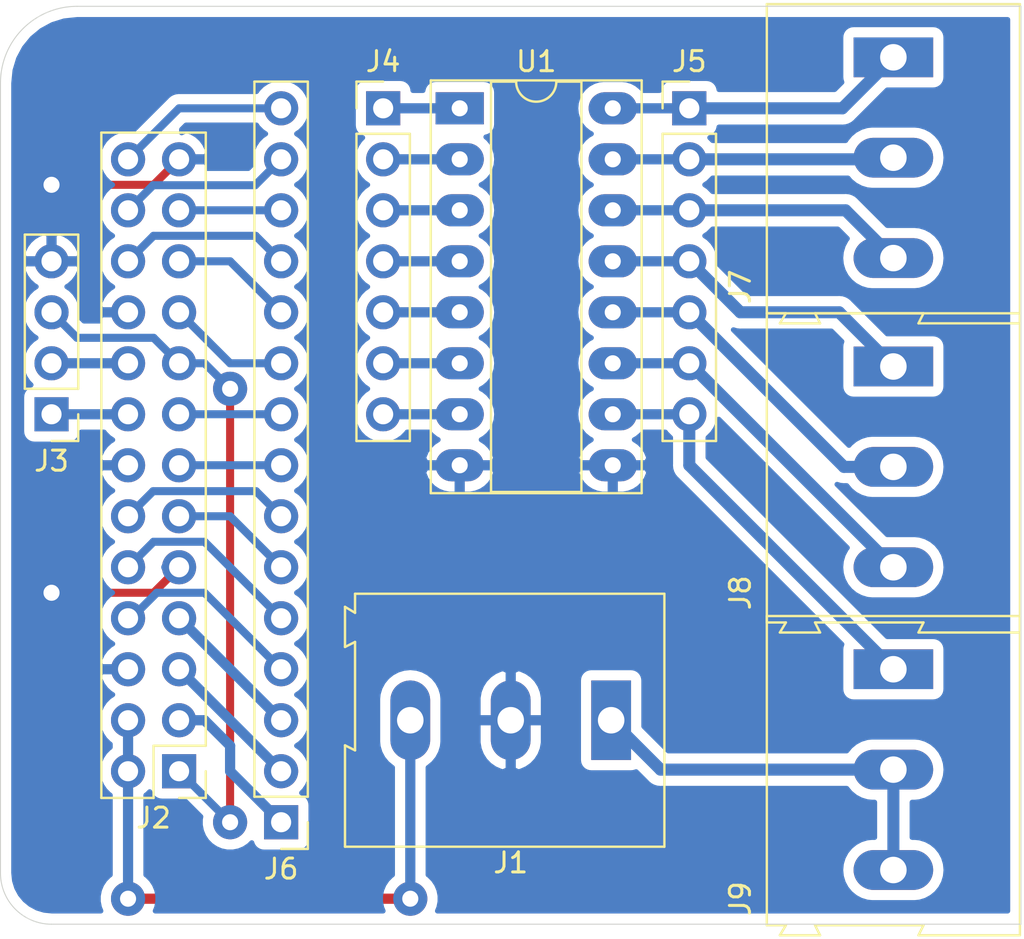
<source format=kicad_pcb>
(kicad_pcb (version 20171130) (host pcbnew 5.1.6)

  (general
    (thickness 1.6)
    (drawings 6)
    (tracks 90)
    (zones 0)
    (modules 10)
    (nets 36)
  )

  (page A4)
  (layers
    (0 F.Cu signal)
    (31 B.Cu signal)
    (32 B.Adhes user)
    (33 F.Adhes user)
    (34 B.Paste user)
    (35 F.Paste user)
    (36 B.SilkS user)
    (37 F.SilkS user)
    (38 B.Mask user)
    (39 F.Mask user)
    (40 Dwgs.User user)
    (41 Cmts.User user)
    (42 Eco1.User user)
    (43 Eco2.User user)
    (44 Edge.Cuts user)
    (45 Margin user)
    (46 B.CrtYd user)
    (47 F.CrtYd user)
    (48 B.Fab user)
    (49 F.Fab user)
  )

  (setup
    (last_trace_width 0.6)
    (user_trace_width 0.4)
    (user_trace_width 0.508)
    (user_trace_width 0.6)
    (trace_clearance 0.2)
    (zone_clearance 0.508)
    (zone_45_only no)
    (trace_min 0.2)
    (via_size 0.8)
    (via_drill 0.4)
    (via_min_size 0.4)
    (via_min_drill 0.3)
    (user_via 1.7 0.8)
    (uvia_size 0.3)
    (uvia_drill 0.1)
    (uvias_allowed no)
    (uvia_min_size 0.2)
    (uvia_min_drill 0.1)
    (edge_width 0.05)
    (segment_width 0.2)
    (pcb_text_width 0.3)
    (pcb_text_size 1.5 1.5)
    (mod_edge_width 0.12)
    (mod_text_size 1 1)
    (mod_text_width 0.15)
    (pad_size 1.524 1.524)
    (pad_drill 0.762)
    (pad_to_mask_clearance 0.05)
    (aux_axis_origin 0 0)
    (visible_elements FFFFFF7F)
    (pcbplotparams
      (layerselection 0x010fc_ffffffff)
      (usegerberextensions false)
      (usegerberattributes true)
      (usegerberadvancedattributes true)
      (creategerberjobfile true)
      (excludeedgelayer true)
      (linewidth 0.100000)
      (plotframeref false)
      (viasonmask true)
      (mode 1)
      (useauxorigin false)
      (hpglpennumber 1)
      (hpglpenspeed 20)
      (hpglpendiameter 15.000000)
      (psnegative false)
      (psa4output false)
      (plotreference true)
      (plotvalue true)
      (plotinvisibletext false)
      (padsonsilk false)
      (subtractmaskfromsilk false)
      (outputformat 1)
      (mirror false)
      (drillshape 0)
      (scaleselection 1)
      (outputdirectory ""))
  )

  (net 0 "")
  (net 1 VREL)
  (net 2 GND)
  (net 3 5V)
  (net 4 3V3)
  (net 5 N$1)
  (net 6 N$2)
  (net 7 N$3)
  (net 8 N$5)
  (net 9 N$7)
  (net 10 N$9)
  (net 11 N$11)
  (net 12 N$13)
  (net 13 N$15)
  (net 14 N$16)
  (net 15 N$14)
  (net 16 N$12)
  (net 17 N$10)
  (net 18 N$8)
  (net 19 N$6)
  (net 20 N$4)
  (net 21 N$17)
  (net 22 N$18)
  (net 23 N$19)
  (net 24 N$20)
  (net 25 N$21)
  (net 26 N$22)
  (net 27 N$23)
  (net 28 N$24)
  (net 29 N$25)
  (net 30 N$26)
  (net 31 N$27)
  (net 32 N$28)
  (net 33 N$29)
  (net 34 N$30)
  (net 35 N$31)

  (net_class Default "This is the default net class."
    (clearance 0.2)
    (trace_width 0.25)
    (via_dia 0.8)
    (via_drill 0.4)
    (uvia_dia 0.3)
    (uvia_drill 0.1)
    (add_net 3V3)
    (add_net 5V)
    (add_net GND)
    (add_net N$1)
    (add_net N$10)
    (add_net N$11)
    (add_net N$12)
    (add_net N$13)
    (add_net N$14)
    (add_net N$15)
    (add_net N$16)
    (add_net N$17)
    (add_net N$18)
    (add_net N$19)
    (add_net N$2)
    (add_net N$20)
    (add_net N$21)
    (add_net N$22)
    (add_net N$23)
    (add_net N$24)
    (add_net N$25)
    (add_net N$26)
    (add_net N$27)
    (add_net N$28)
    (add_net N$29)
    (add_net N$3)
    (add_net N$30)
    (add_net N$31)
    (add_net N$4)
    (add_net N$5)
    (add_net N$6)
    (add_net N$7)
    (add_net N$8)
    (add_net N$9)
    (add_net VREL)
  )

  (module TerminalBlock_Altech_AK300-3_P5.00mm (layer F.Cu) (tedit 59FF0306) (tstamp 5EE0F74B)
    (at 51.99 52.07 180)
    (descr "Altech AK300 terminal block, pitch 5.0mm, 45 degree angled, see http://www.mouser.com/ds/2/16/PCBMETRC-24178.pdf")
    (tags "Altech AK300 terminal block pitch 5.0mm")
    (path /top/17883530414234905020)
    (fp_text reference J1 (at 5 -7.1) (layer F.SilkS)
      (effects (font (size 1 1) (thickness 0.15)))
    )
    (fp_text value supply (at -6.43 -1.27) (layer F.Fab)
      (effects (font (size 1 1) (thickness 0.15)))
    )
    (fp_line (start -2.65 -6.3) (end -2.65 6.3) (layer F.SilkS) (width 0.12))
    (fp_line (start -2.65 6.3) (end 12.75 6.3) (layer F.SilkS) (width 0.12))
    (fp_line (start 12.75 6.3) (end 12.75 5.35) (layer F.SilkS) (width 0.12))
    (fp_line (start 12.75 5.35) (end 13.25 5.65) (layer F.SilkS) (width 0.12))
    (fp_line (start 13.25 5.65) (end 13.25 3.65) (layer F.SilkS) (width 0.12))
    (fp_line (start 13.25 3.65) (end 12.75 3.9) (layer F.SilkS) (width 0.12))
    (fp_line (start 12.75 3.9) (end 12.75 -1.5) (layer F.SilkS) (width 0.12))
    (fp_line (start 12.75 -1.5) (end 13.25 -1.25) (layer F.SilkS) (width 0.12))
    (fp_line (start 13.25 -1.25) (end 13.25 -6.3) (layer F.SilkS) (width 0.12))
    (fp_line (start 13.25 -6.3) (end -2.65 -6.3) (layer F.SilkS) (width 0.12))
    (fp_line (start 12.66 -0.65) (end -2.52 -0.65) (layer F.Fab) (width 0.1))
    (fp_line (start 8.02 3.99) (end 8.02 -0.26) (layer F.Fab) (width 0.1))
    (fp_line (start 12.09 6.21) (end 7.58 6.21) (layer F.Fab) (width 0.1))
    (fp_line (start 7.58 -3.19) (end 12.6 -3.19) (layer F.Fab) (width 0.1))
    (fp_line (start -2.58 -6.23) (end 12.66 -6.23) (layer F.Fab) (width 0.1))
    (fp_line (start 8.42 -0.26) (end 11.72 -0.26) (layer F.Fab) (width 0.1))
    (fp_line (start 8.04 -0.26) (end 8.42 -0.26) (layer F.Fab) (width 0.1))
    (fp_line (start 12.1 -0.26) (end 11.72 -0.26) (layer F.Fab) (width 0.1))
    (fp_line (start 8.57 -4.33) (end 11.62 -4.96) (layer F.Fab) (width 0.1))
    (fp_line (start 8.44 -4.46) (end 11.49 -5.09) (layer F.Fab) (width 0.1))
    (fp_line (start 12.1 -3.44) (end 8.04 -3.44) (layer F.Fab) (width 0.1))
    (fp_line (start 12.1 -5.98) (end 12.1 -3.44) (layer F.Fab) (width 0.1))
    (fp_line (start 8.04 -5.98) (end 12.1 -5.98) (layer F.Fab) (width 0.1))
    (fp_line (start 8.04 -3.44) (end 8.04 -5.98) (layer F.Fab) (width 0.1))
    (fp_line (start 12.66 -3.19) (end 12.66 -1.66) (layer F.Fab) (width 0.1))
    (fp_line (start 12.66 -0.65) (end 12.66 4.05) (layer F.Fab) (width 0.1))
    (fp_line (start 12.66 -1.66) (end 12.66 -0.65) (layer F.Fab) (width 0.1))
    (fp_line (start 11.72 0.5) (end 11.34 0.5) (layer F.Fab) (width 0.1))
    (fp_line (start 8.42 0.5) (end 8.8 0.5) (layer F.Fab) (width 0.1))
    (fp_line (start 8.42 3.67) (end 8.42 0.5) (layer F.Fab) (width 0.1))
    (fp_line (start 11.72 3.67) (end 8.42 3.67) (layer F.Fab) (width 0.1))
    (fp_line (start 11.72 3.67) (end 11.72 0.5) (layer F.Fab) (width 0.1))
    (fp_line (start 12.1 4.31) (end 12.1 6.21) (layer F.Fab) (width 0.1))
    (fp_line (start 8.04 4.31) (end 12.1 4.31) (layer F.Fab) (width 0.1))
    (fp_line (start 12.1 6.21) (end 12.66 6.21) (layer F.Fab) (width 0.1))
    (fp_line (start 12.1 -0.26) (end 12.1 4.31) (layer F.Fab) (width 0.1))
    (fp_line (start 8.04 6.21) (end 8.04 4.31) (layer F.Fab) (width 0.1))
    (fp_line (start 13.17 3.8) (end 13.17 5.45) (layer F.Fab) (width 0.1))
    (fp_line (start 12.66 4.05) (end 12.66 5.2) (layer F.Fab) (width 0.1))
    (fp_line (start 13.17 3.8) (end 12.66 4.05) (layer F.Fab) (width 0.1))
    (fp_line (start 12.66 5.2) (end 12.66 6.21) (layer F.Fab) (width 0.1))
    (fp_line (start 13.17 5.45) (end 12.66 5.2) (layer F.Fab) (width 0.1))
    (fp_line (start 13.17 -1.41) (end 12.66 -1.66) (layer F.Fab) (width 0.1))
    (fp_line (start 13.17 -6.23) (end 13.17 -1.41) (layer F.Fab) (width 0.1))
    (fp_line (start 12.66 -6.23) (end 13.17 -6.23) (layer F.Fab) (width 0.1))
    (fp_line (start 12.66 -6.23) (end 12.66 -3.19) (layer F.Fab) (width 0.1))
    (fp_line (start 8.8 2.53) (end 8.8 -0.26) (layer F.Fab) (width 0.1))
    (fp_line (start 8.8 -0.26) (end 11.34 -0.26) (layer F.Fab) (width 0.1))
    (fp_line (start 11.34 2.53) (end 11.34 -0.26) (layer F.Fab) (width 0.1))
    (fp_line (start 8.8 2.53) (end 11.34 2.53) (layer F.Fab) (width 0.1))
    (fp_line (start -1.28 2.53) (end 1.26 2.53) (layer F.Fab) (width 0.1))
    (fp_line (start 1.26 2.53) (end 1.26 -0.26) (layer F.Fab) (width 0.1))
    (fp_line (start -1.28 -0.26) (end 1.26 -0.26) (layer F.Fab) (width 0.1))
    (fp_line (start -1.28 2.53) (end -1.28 -0.26) (layer F.Fab) (width 0.1))
    (fp_line (start 3.72 2.53) (end 6.26 2.53) (layer F.Fab) (width 0.1))
    (fp_line (start 6.26 2.53) (end 6.26 -0.26) (layer F.Fab) (width 0.1))
    (fp_line (start 3.72 -0.26) (end 6.26 -0.26) (layer F.Fab) (width 0.1))
    (fp_line (start 3.72 2.53) (end 3.72 -0.26) (layer F.Fab) (width 0.1))
    (fp_line (start 8.02 5.2) (end 8.02 6.21) (layer F.Fab) (width 0.1))
    (fp_line (start 8.02 4.05) (end 8.02 5.2) (layer F.Fab) (width 0.1))
    (fp_line (start 2.96 6.21) (end 2.96 4.31) (layer F.Fab) (width 0.1))
    (fp_line (start 7.02 -0.26) (end 7.02 4.31) (layer F.Fab) (width 0.1))
    (fp_line (start 2.96 6.21) (end 7.02 6.21) (layer F.Fab) (width 0.1))
    (fp_line (start 7.02 6.21) (end 7.58 6.21) (layer F.Fab) (width 0.1))
    (fp_line (start 2.02 6.21) (end 2.02 4.31) (layer F.Fab) (width 0.1))
    (fp_line (start 2.02 6.21) (end 2.96 6.21) (layer F.Fab) (width 0.1))
    (fp_line (start -2.05 -0.26) (end -2.05 4.31) (layer F.Fab) (width 0.1))
    (fp_line (start -2.58 6.21) (end -2.05 6.21) (layer F.Fab) (width 0.1))
    (fp_line (start -2.05 6.21) (end 2.02 6.21) (layer F.Fab) (width 0.1))
    (fp_line (start 2.96 4.31) (end 7.02 4.31) (layer F.Fab) (width 0.1))
    (fp_line (start 2.96 4.31) (end 2.96 -0.26) (layer F.Fab) (width 0.1))
    (fp_line (start 7.02 4.31) (end 7.02 6.21) (layer F.Fab) (width 0.1))
    (fp_line (start 2.02 4.31) (end -2.05 4.31) (layer F.Fab) (width 0.1))
    (fp_line (start 2.02 4.31) (end 2.02 -0.26) (layer F.Fab) (width 0.1))
    (fp_line (start -2.05 4.31) (end -2.05 6.21) (layer F.Fab) (width 0.1))
    (fp_line (start 6.64 3.67) (end 6.64 0.5) (layer F.Fab) (width 0.1))
    (fp_line (start 6.64 3.67) (end 3.34 3.67) (layer F.Fab) (width 0.1))
    (fp_line (start 3.34 3.67) (end 3.34 0.5) (layer F.Fab) (width 0.1))
    (fp_line (start 1.64 3.67) (end 1.64 0.5) (layer F.Fab) (width 0.1))
    (fp_line (start 1.64 3.67) (end -1.67 3.67) (layer F.Fab) (width 0.1))
    (fp_line (start -1.67 3.67) (end -1.67 0.5) (layer F.Fab) (width 0.1))
    (fp_line (start -1.67 0.5) (end -1.28 0.5) (layer F.Fab) (width 0.1))
    (fp_line (start 1.64 0.5) (end 1.26 0.5) (layer F.Fab) (width 0.1))
    (fp_line (start 3.34 0.5) (end 3.72 0.5) (layer F.Fab) (width 0.1))
    (fp_line (start 6.64 0.5) (end 6.26 0.5) (layer F.Fab) (width 0.1))
    (fp_line (start -2.58 6.21) (end -2.58 -0.65) (layer F.Fab) (width 0.1))
    (fp_line (start -2.58 -0.65) (end -2.58 -3.19) (layer F.Fab) (width 0.1))
    (fp_line (start -2.58 -3.19) (end 7.58 -3.19) (layer F.Fab) (width 0.1))
    (fp_line (start -2.58 -3.19) (end -2.58 -6.23) (layer F.Fab) (width 0.1))
    (fp_line (start 2.96 -3.44) (end 2.96 -5.98) (layer F.Fab) (width 0.1))
    (fp_line (start 2.96 -5.98) (end 7.02 -5.98) (layer F.Fab) (width 0.1))
    (fp_line (start 7.02 -5.98) (end 7.02 -3.44) (layer F.Fab) (width 0.1))
    (fp_line (start 7.02 -3.44) (end 2.96 -3.44) (layer F.Fab) (width 0.1))
    (fp_line (start 2.02 -3.44) (end 2.02 -5.98) (layer F.Fab) (width 0.1))
    (fp_line (start 2.02 -3.44) (end -2.05 -3.44) (layer F.Fab) (width 0.1))
    (fp_line (start -2.05 -3.44) (end -2.05 -5.98) (layer F.Fab) (width 0.1))
    (fp_line (start 2.02 -5.98) (end -2.05 -5.98) (layer F.Fab) (width 0.1))
    (fp_line (start 3.36 -4.46) (end 6.41 -5.09) (layer F.Fab) (width 0.1))
    (fp_line (start 3.49 -4.33) (end 6.54 -4.96) (layer F.Fab) (width 0.1))
    (fp_line (start -1.64 -4.46) (end 1.41 -5.09) (layer F.Fab) (width 0.1))
    (fp_line (start -1.51 -4.33) (end 1.53 -4.96) (layer F.Fab) (width 0.1))
    (fp_line (start -2.05 -0.26) (end -1.67 -0.26) (layer F.Fab) (width 0.1))
    (fp_line (start 2.02 -0.26) (end 1.64 -0.26) (layer F.Fab) (width 0.1))
    (fp_line (start 1.64 -0.26) (end -1.67 -0.26) (layer F.Fab) (width 0.1))
    (fp_line (start 7.02 -0.26) (end 6.64 -0.26) (layer F.Fab) (width 0.1))
    (fp_line (start 2.96 -0.26) (end 3.34 -0.26) (layer F.Fab) (width 0.1))
    (fp_line (start 3.34 -0.26) (end 6.64 -0.26) (layer F.Fab) (width 0.1))
    (fp_line (start -2.83 -6.48) (end 13.42 -6.48) (layer F.CrtYd) (width 0.05))
    (fp_line (start -2.83 -6.48) (end -2.83 6.46) (layer F.CrtYd) (width 0.05))
    (fp_line (start 13.42 6.46) (end 13.42 -6.48) (layer F.CrtYd) (width 0.05))
    (fp_line (start 13.42 6.46) (end -2.83 6.46) (layer F.CrtYd) (width 0.05))
    (fp_text user %R (at 5 -2) (layer F.Fab)
      (effects (font (size 1 1) (thickness 0.15)))
    )
    (fp_arc (start 8.93 -4.66) (end 8.64 -4.14) (angle 104.2) (layer F.Fab) (width 0.1))
    (fp_arc (start 10.04 -3.72) (end 8.44 -5.01) (angle 100) (layer F.Fab) (width 0.1))
    (fp_arc (start 10.12 -6.08) (end 11.58 -4.13) (angle 75.5) (layer F.Fab) (width 0.1))
    (fp_arc (start 11.09 -4.6) (end 11.59 -5.06) (angle 90.5) (layer F.Fab) (width 0.1))
    (fp_arc (start 6.01 -4.6) (end 6.51 -5.06) (angle 90.5) (layer F.Fab) (width 0.1))
    (fp_arc (start 5.04 -6.08) (end 6.5 -4.13) (angle 75.5) (layer F.Fab) (width 0.1))
    (fp_arc (start 4.96 -3.72) (end 3.36 -5.01) (angle 100) (layer F.Fab) (width 0.1))
    (fp_arc (start 3.85 -4.66) (end 3.56 -4.14) (angle 104.2) (layer F.Fab) (width 0.1))
    (fp_arc (start 1 -4.6) (end 1.51 -5.06) (angle 90.5) (layer F.Fab) (width 0.1))
    (fp_arc (start 0.04 -6.08) (end 1.5 -4.13) (angle 75.5) (layer F.Fab) (width 0.1))
    (fp_arc (start -0.04 -3.72) (end -1.64 -5.01) (angle 100) (layer F.Fab) (width 0.1))
    (fp_arc (start -1.16 -4.66) (end -1.44 -4.14) (angle 104.2) (layer F.Fab) (width 0.1))
    (pad 1 thru_hole rect (at 0 0 180) (size 1.98 3.96) (drill 1.32) (layers *.Cu *.Mask)
      (net 1 VREL))
    (pad 2 thru_hole oval (at 5 0 180) (size 1.98 3.96) (drill 1.32) (layers *.Cu *.Mask)
      (net 2 GND))
    (pad 3 thru_hole oval (at 10 0 180) (size 1.98 3.96) (drill 1.32) (layers *.Cu *.Mask)
      (net 3 5V))
    (model ${KISYS3DMOD}/TerminalBlock.3dshapes/TerminalBlock_Altech_AK300-3_P5.00mm.wrl
      (at (xyz 0 0 0))
      (scale (xyz 1 1 1))
      (rotate (xyz 0 0 0))
    )
  )

  (module Connector_PinHeader_2.54mm:PinHeader_2x13_P2.54mm_Vertical (layer F.Cu) (tedit 59FED5CC) (tstamp 5EE0F77B)
    (at 30.48 54.61 180)
    (descr "Through hole straight pin header, 2x13, 2.54mm pitch, double rows")
    (tags "Through hole pin header THT 2x13 2.54mm double row")
    (path /top/10828319800213130011)
    (fp_text reference J2 (at 1.27 -2.33) (layer F.SilkS)
      (effects (font (size 1 1) (thickness 0.15)))
    )
    (fp_text value pi_conn (at 5.08 7.62 90) (layer F.Fab)
      (effects (font (size 1 1) (thickness 0.15)))
    )
    (fp_line (start 0 -1.27) (end 3.81 -1.27) (layer F.Fab) (width 0.1))
    (fp_line (start 3.81 -1.27) (end 3.81 31.75) (layer F.Fab) (width 0.1))
    (fp_line (start 3.81 31.75) (end -1.27 31.75) (layer F.Fab) (width 0.1))
    (fp_line (start -1.27 31.75) (end -1.27 0) (layer F.Fab) (width 0.1))
    (fp_line (start -1.27 0) (end 0 -1.27) (layer F.Fab) (width 0.1))
    (fp_line (start -1.33 31.81) (end 3.87 31.81) (layer F.SilkS) (width 0.12))
    (fp_line (start -1.33 1.27) (end -1.33 31.81) (layer F.SilkS) (width 0.12))
    (fp_line (start 3.87 -1.33) (end 3.87 31.81) (layer F.SilkS) (width 0.12))
    (fp_line (start -1.33 1.27) (end 1.27 1.27) (layer F.SilkS) (width 0.12))
    (fp_line (start 1.27 1.27) (end 1.27 -1.33) (layer F.SilkS) (width 0.12))
    (fp_line (start 1.27 -1.33) (end 3.87 -1.33) (layer F.SilkS) (width 0.12))
    (fp_line (start -1.33 0) (end -1.33 -1.33) (layer F.SilkS) (width 0.12))
    (fp_line (start -1.33 -1.33) (end 0 -1.33) (layer F.SilkS) (width 0.12))
    (fp_line (start -1.8 -1.8) (end -1.8 32.25) (layer F.CrtYd) (width 0.05))
    (fp_line (start -1.8 32.25) (end 4.35 32.25) (layer F.CrtYd) (width 0.05))
    (fp_line (start 4.35 32.25) (end 4.35 -1.8) (layer F.CrtYd) (width 0.05))
    (fp_line (start 4.35 -1.8) (end -1.8 -1.8) (layer F.CrtYd) (width 0.05))
    (fp_text user %R (at 1.27 15.24 90) (layer F.Fab)
      (effects (font (size 1 1) (thickness 0.15)))
    )
    (pad 1 thru_hole rect (at 0 0 180) (size 1.7 1.7) (drill 1) (layers *.Cu *.Mask)
      (net 4 3V3))
    (pad 2 thru_hole oval (at 2.54 0 180) (size 1.7 1.7) (drill 1) (layers *.Cu *.Mask)
      (net 3 5V))
    (pad 3 thru_hole oval (at 0 2.54 180) (size 1.7 1.7) (drill 1) (layers *.Cu *.Mask)
      (net 21 N$17))
    (pad 4 thru_hole oval (at 2.54 2.54 180) (size 1.7 1.7) (drill 1) (layers *.Cu *.Mask)
      (net 3 5V))
    (pad 5 thru_hole oval (at 0 5.08 180) (size 1.7 1.7) (drill 1) (layers *.Cu *.Mask)
      (net 22 N$18))
    (pad 6 thru_hole oval (at 2.54 5.08 180) (size 1.7 1.7) (drill 1) (layers *.Cu *.Mask)
      (net 2 GND))
    (pad 7 thru_hole oval (at 0 7.62 180) (size 1.7 1.7) (drill 1) (layers *.Cu *.Mask)
      (net 23 N$19))
    (pad 8 thru_hole oval (at 2.54 7.62 180) (size 1.7 1.7) (drill 1) (layers *.Cu *.Mask)
      (net 24 N$20))
    (pad 9 thru_hole oval (at 0 10.16 180) (size 1.7 1.7) (drill 1) (layers *.Cu *.Mask)
      (net 2 GND))
    (pad 10 thru_hole oval (at 2.54 10.16 180) (size 1.7 1.7) (drill 1) (layers *.Cu *.Mask)
      (net 25 N$21))
    (pad 11 thru_hole oval (at 0 12.7 180) (size 1.7 1.7) (drill 1) (layers *.Cu *.Mask)
      (net 26 N$22))
    (pad 12 thru_hole oval (at 2.54 12.7 180) (size 1.7 1.7) (drill 1) (layers *.Cu *.Mask)
      (net 27 N$23))
    (pad 13 thru_hole oval (at 0 15.24 180) (size 1.7 1.7) (drill 1) (layers *.Cu *.Mask)
      (net 28 N$24))
    (pad 14 thru_hole oval (at 2.54 15.24 180) (size 1.7 1.7) (drill 1) (layers *.Cu *.Mask)
      (net 2 GND))
    (pad 15 thru_hole oval (at 0 17.78 180) (size 1.7 1.7) (drill 1) (layers *.Cu *.Mask)
      (net 29 N$25))
    (pad 16 thru_hole oval (at 2.54 17.78 180) (size 1.7 1.7) (drill 1) (layers *.Cu *.Mask)
      (net 5 N$1))
    (pad 17 thru_hole oval (at 0 20.32 180) (size 1.7 1.7) (drill 1) (layers *.Cu *.Mask)
      (net 4 3V3))
    (pad 18 thru_hole oval (at 2.54 20.32 180) (size 1.7 1.7) (drill 1) (layers *.Cu *.Mask)
      (net 6 N$2))
    (pad 19 thru_hole oval (at 0 22.86 180) (size 1.7 1.7) (drill 1) (layers *.Cu *.Mask)
      (net 30 N$26))
    (pad 20 thru_hole oval (at 2.54 22.86 180) (size 1.7 1.7) (drill 1) (layers *.Cu *.Mask)
      (net 2 GND))
    (pad 21 thru_hole oval (at 0 25.4 180) (size 1.7 1.7) (drill 1) (layers *.Cu *.Mask)
      (net 31 N$27))
    (pad 22 thru_hole oval (at 2.54 25.4 180) (size 1.7 1.7) (drill 1) (layers *.Cu *.Mask)
      (net 32 N$28))
    (pad 23 thru_hole oval (at 0 27.94 180) (size 1.7 1.7) (drill 1) (layers *.Cu *.Mask)
      (net 33 N$29))
    (pad 24 thru_hole oval (at 2.54 27.94 180) (size 1.7 1.7) (drill 1) (layers *.Cu *.Mask)
      (net 34 N$30))
    (pad 25 thru_hole oval (at 0 30.48 180) (size 1.7 1.7) (drill 1) (layers *.Cu *.Mask)
      (net 2 GND))
    (pad 26 thru_hole oval (at 2.54 30.48 180) (size 1.7 1.7) (drill 1) (layers *.Cu *.Mask)
      (net 35 N$31))
    (model ${KISYS3DMOD}/Connector_PinHeader_2.54mm.3dshapes/PinHeader_2x13_P2.54mm_Vertical.wrl
      (at (xyz 0 0 0))
      (scale (xyz 1 1 1))
      (rotate (xyz 0 0 0))
    )
  )

  (module Connector_PinHeader_2.54mm:PinHeader_1x04_P2.54mm_Vertical (layer F.Cu) (tedit 59FED5CC) (tstamp 5EE0F793)
    (at 24.13 36.83 180)
    (descr "Through hole straight pin header, 1x04, 2.54mm pitch, single row")
    (tags "Through hole pin header THT 1x04 2.54mm single row")
    (path /top/13740668400056457545)
    (fp_text reference J3 (at 0 -2.33) (layer F.SilkS)
      (effects (font (size 1 1) (thickness 0.15)))
    )
    (fp_text value disp (at 0 -3.81 180) (layer F.Fab)
      (effects (font (size 1 1) (thickness 0.15)))
    )
    (fp_line (start -0.635 -1.27) (end 1.27 -1.27) (layer F.Fab) (width 0.1))
    (fp_line (start 1.27 -1.27) (end 1.27 8.89) (layer F.Fab) (width 0.1))
    (fp_line (start 1.27 8.89) (end -1.27 8.89) (layer F.Fab) (width 0.1))
    (fp_line (start -1.27 8.89) (end -1.27 -0.635) (layer F.Fab) (width 0.1))
    (fp_line (start -1.27 -0.635) (end -0.635 -1.27) (layer F.Fab) (width 0.1))
    (fp_line (start -1.33 8.95) (end 1.33 8.95) (layer F.SilkS) (width 0.12))
    (fp_line (start -1.33 1.27) (end -1.33 8.95) (layer F.SilkS) (width 0.12))
    (fp_line (start 1.33 1.27) (end 1.33 8.95) (layer F.SilkS) (width 0.12))
    (fp_line (start -1.33 1.27) (end 1.33 1.27) (layer F.SilkS) (width 0.12))
    (fp_line (start -1.33 0) (end -1.33 -1.33) (layer F.SilkS) (width 0.12))
    (fp_line (start -1.33 -1.33) (end 0 -1.33) (layer F.SilkS) (width 0.12))
    (fp_line (start -1.8 -1.8) (end -1.8 9.4) (layer F.CrtYd) (width 0.05))
    (fp_line (start -1.8 9.4) (end 1.8 9.4) (layer F.CrtYd) (width 0.05))
    (fp_line (start 1.8 9.4) (end 1.8 -1.8) (layer F.CrtYd) (width 0.05))
    (fp_line (start 1.8 -1.8) (end -1.8 -1.8) (layer F.CrtYd) (width 0.05))
    (fp_text user %R (at 0 3.81 90) (layer F.Fab)
      (effects (font (size 1 1) (thickness 0.15)))
    )
    (pad 1 thru_hole rect (at 0 0 180) (size 1.7 1.7) (drill 1) (layers *.Cu *.Mask)
      (net 5 N$1))
    (pad 2 thru_hole oval (at 0 2.54 180) (size 1.7 1.7) (drill 1) (layers *.Cu *.Mask)
      (net 6 N$2))
    (pad 3 thru_hole oval (at 0 5.08 180) (size 1.7 1.7) (drill 1) (layers *.Cu *.Mask)
      (net 4 3V3))
    (pad 4 thru_hole oval (at 0 7.62 180) (size 1.7 1.7) (drill 1) (layers *.Cu *.Mask)
      (net 2 GND))
    (model ${KISYS3DMOD}/Connector_PinHeader_2.54mm.3dshapes/PinHeader_1x04_P2.54mm_Vertical.wrl
      (at (xyz 0 0 0))
      (scale (xyz 1 1 1))
      (rotate (xyz 0 0 0))
    )
  )

  (module Connector_PinHeader_2.54mm:PinHeader_1x07_P2.54mm_Vertical (layer F.Cu) (tedit 59FED5CC) (tstamp 5EE0F7AE)
    (at 40.64 21.59)
    (descr "Through hole straight pin header, 1x07, 2.54mm pitch, single row")
    (tags "Through hole pin header THT 1x07 2.54mm single row")
    (path /top/5507822232691547844)
    (fp_text reference J4 (at 0 -2.33) (layer F.SilkS)
      (effects (font (size 1 1) (thickness 0.15)))
    )
    (fp_text value drvin (at 0 19.05 90) (layer F.Fab)
      (effects (font (size 1 1) (thickness 0.15)))
    )
    (fp_line (start -0.635 -1.27) (end 1.27 -1.27) (layer F.Fab) (width 0.1))
    (fp_line (start 1.27 -1.27) (end 1.27 16.51) (layer F.Fab) (width 0.1))
    (fp_line (start 1.27 16.51) (end -1.27 16.51) (layer F.Fab) (width 0.1))
    (fp_line (start -1.27 16.51) (end -1.27 -0.635) (layer F.Fab) (width 0.1))
    (fp_line (start -1.27 -0.635) (end -0.635 -1.27) (layer F.Fab) (width 0.1))
    (fp_line (start -1.33 16.57) (end 1.33 16.57) (layer F.SilkS) (width 0.12))
    (fp_line (start -1.33 1.27) (end -1.33 16.57) (layer F.SilkS) (width 0.12))
    (fp_line (start 1.33 1.27) (end 1.33 16.57) (layer F.SilkS) (width 0.12))
    (fp_line (start -1.33 1.27) (end 1.33 1.27) (layer F.SilkS) (width 0.12))
    (fp_line (start -1.33 0) (end -1.33 -1.33) (layer F.SilkS) (width 0.12))
    (fp_line (start -1.33 -1.33) (end 0 -1.33) (layer F.SilkS) (width 0.12))
    (fp_line (start -1.8 -1.8) (end -1.8 17.05) (layer F.CrtYd) (width 0.05))
    (fp_line (start -1.8 17.05) (end 1.8 17.05) (layer F.CrtYd) (width 0.05))
    (fp_line (start 1.8 17.05) (end 1.8 -1.8) (layer F.CrtYd) (width 0.05))
    (fp_line (start 1.8 -1.8) (end -1.8 -1.8) (layer F.CrtYd) (width 0.05))
    (fp_text user %R (at 0 7.62 90) (layer F.Fab)
      (effects (font (size 1 1) (thickness 0.15)))
    )
    (pad 1 thru_hole rect (at 0 0) (size 1.7 1.7) (drill 1) (layers *.Cu *.Mask)
      (net 7 N$3))
    (pad 2 thru_hole oval (at 0 2.54) (size 1.7 1.7) (drill 1) (layers *.Cu *.Mask)
      (net 8 N$5))
    (pad 3 thru_hole oval (at 0 5.08) (size 1.7 1.7) (drill 1) (layers *.Cu *.Mask)
      (net 9 N$7))
    (pad 4 thru_hole oval (at 0 7.62) (size 1.7 1.7) (drill 1) (layers *.Cu *.Mask)
      (net 10 N$9))
    (pad 5 thru_hole oval (at 0 10.16) (size 1.7 1.7) (drill 1) (layers *.Cu *.Mask)
      (net 11 N$11))
    (pad 6 thru_hole oval (at 0 12.7) (size 1.7 1.7) (drill 1) (layers *.Cu *.Mask)
      (net 12 N$13))
    (pad 7 thru_hole oval (at 0 15.24) (size 1.7 1.7) (drill 1) (layers *.Cu *.Mask)
      (net 13 N$15))
    (model ${KISYS3DMOD}/Connector_PinHeader_2.54mm.3dshapes/PinHeader_1x07_P2.54mm_Vertical.wrl
      (at (xyz 0 0 0))
      (scale (xyz 1 1 1))
      (rotate (xyz 0 0 0))
    )
  )

  (module Connector_PinHeader_2.54mm:PinHeader_1x07_P2.54mm_Vertical (layer F.Cu) (tedit 59FED5CC) (tstamp 5EE0F7C9)
    (at 55.88 21.59)
    (descr "Through hole straight pin header, 1x07, 2.54mm pitch, single row")
    (tags "Through hole pin header THT 1x07 2.54mm single row")
    (path /top/12458726768050327091)
    (fp_text reference J5 (at 0 -2.33) (layer F.SilkS)
      (effects (font (size 1 1) (thickness 0.15)))
    )
    (fp_text value drvout (at 0 20.32 90) (layer F.Fab)
      (effects (font (size 1 1) (thickness 0.15)))
    )
    (fp_line (start 1.8 -1.8) (end -1.8 -1.8) (layer F.CrtYd) (width 0.05))
    (fp_line (start 1.8 17.05) (end 1.8 -1.8) (layer F.CrtYd) (width 0.05))
    (fp_line (start -1.8 17.05) (end 1.8 17.05) (layer F.CrtYd) (width 0.05))
    (fp_line (start -1.8 -1.8) (end -1.8 17.05) (layer F.CrtYd) (width 0.05))
    (fp_line (start -1.33 -1.33) (end 0 -1.33) (layer F.SilkS) (width 0.12))
    (fp_line (start -1.33 0) (end -1.33 -1.33) (layer F.SilkS) (width 0.12))
    (fp_line (start -1.33 1.27) (end 1.33 1.27) (layer F.SilkS) (width 0.12))
    (fp_line (start 1.33 1.27) (end 1.33 16.57) (layer F.SilkS) (width 0.12))
    (fp_line (start -1.33 1.27) (end -1.33 16.57) (layer F.SilkS) (width 0.12))
    (fp_line (start -1.33 16.57) (end 1.33 16.57) (layer F.SilkS) (width 0.12))
    (fp_line (start -1.27 -0.635) (end -0.635 -1.27) (layer F.Fab) (width 0.1))
    (fp_line (start -1.27 16.51) (end -1.27 -0.635) (layer F.Fab) (width 0.1))
    (fp_line (start 1.27 16.51) (end -1.27 16.51) (layer F.Fab) (width 0.1))
    (fp_line (start 1.27 -1.27) (end 1.27 16.51) (layer F.Fab) (width 0.1))
    (fp_line (start -0.635 -1.27) (end 1.27 -1.27) (layer F.Fab) (width 0.1))
    (fp_text user %R (at 0 7.62 90) (layer F.Fab)
      (effects (font (size 1 1) (thickness 0.15)))
    )
    (pad 7 thru_hole oval (at 0 15.24) (size 1.7 1.7) (drill 1) (layers *.Cu *.Mask)
      (net 14 N$16))
    (pad 6 thru_hole oval (at 0 12.7) (size 1.7 1.7) (drill 1) (layers *.Cu *.Mask)
      (net 15 N$14))
    (pad 5 thru_hole oval (at 0 10.16) (size 1.7 1.7) (drill 1) (layers *.Cu *.Mask)
      (net 16 N$12))
    (pad 4 thru_hole oval (at 0 7.62) (size 1.7 1.7) (drill 1) (layers *.Cu *.Mask)
      (net 17 N$10))
    (pad 3 thru_hole oval (at 0 5.08) (size 1.7 1.7) (drill 1) (layers *.Cu *.Mask)
      (net 18 N$8))
    (pad 2 thru_hole oval (at 0 2.54) (size 1.7 1.7) (drill 1) (layers *.Cu *.Mask)
      (net 19 N$6))
    (pad 1 thru_hole rect (at 0 0) (size 1.7 1.7) (drill 1) (layers *.Cu *.Mask)
      (net 20 N$4))
    (model ${KISYS3DMOD}/Connector_PinHeader_2.54mm.3dshapes/PinHeader_1x07_P2.54mm_Vertical.wrl
      (at (xyz 0 0 0))
      (scale (xyz 1 1 1))
      (rotate (xyz 0 0 0))
    )
  )

  (module Package_DIP:DIP-16_W7.62mm_Socket_LongPads (layer F.Cu) (tedit 5A02E8C5) (tstamp 5EE0F7F5)
    (at 44.45 21.59)
    (descr "16-lead though-hole mounted DIP package, row spacing 7.62 mm (300 mils), Socket, LongPads")
    (tags "THT DIP DIL PDIP 2.54mm 7.62mm 300mil Socket LongPads")
    (path /top/17242045216572251832)
    (fp_text reference U1 (at 3.81 -2.33) (layer F.SilkS)
      (effects (font (size 1 1) (thickness 0.15)))
    )
    (fp_text value ULN2003 (at 3.81 20.11) (layer F.Fab)
      (effects (font (size 1 1) (thickness 0.15)))
    )
    (fp_line (start 1.635 -1.27) (end 6.985 -1.27) (layer F.Fab) (width 0.1))
    (fp_line (start 6.985 -1.27) (end 6.985 19.05) (layer F.Fab) (width 0.1))
    (fp_line (start 6.985 19.05) (end 0.635 19.05) (layer F.Fab) (width 0.1))
    (fp_line (start 0.635 19.05) (end 0.635 -0.27) (layer F.Fab) (width 0.1))
    (fp_line (start 0.635 -0.27) (end 1.635 -1.27) (layer F.Fab) (width 0.1))
    (fp_line (start -1.27 -1.33) (end -1.27 19.11) (layer F.Fab) (width 0.1))
    (fp_line (start -1.27 19.11) (end 8.89 19.11) (layer F.Fab) (width 0.1))
    (fp_line (start 8.89 19.11) (end 8.89 -1.33) (layer F.Fab) (width 0.1))
    (fp_line (start 8.89 -1.33) (end -1.27 -1.33) (layer F.Fab) (width 0.1))
    (fp_line (start 2.81 -1.33) (end 1.56 -1.33) (layer F.SilkS) (width 0.12))
    (fp_line (start 1.56 -1.33) (end 1.56 19.11) (layer F.SilkS) (width 0.12))
    (fp_line (start 1.56 19.11) (end 6.06 19.11) (layer F.SilkS) (width 0.12))
    (fp_line (start 6.06 19.11) (end 6.06 -1.33) (layer F.SilkS) (width 0.12))
    (fp_line (start 6.06 -1.33) (end 4.81 -1.33) (layer F.SilkS) (width 0.12))
    (fp_line (start -1.44 -1.39) (end -1.44 19.17) (layer F.SilkS) (width 0.12))
    (fp_line (start -1.44 19.17) (end 9.06 19.17) (layer F.SilkS) (width 0.12))
    (fp_line (start 9.06 19.17) (end 9.06 -1.39) (layer F.SilkS) (width 0.12))
    (fp_line (start 9.06 -1.39) (end -1.44 -1.39) (layer F.SilkS) (width 0.12))
    (fp_line (start -1.55 -1.6) (end -1.55 19.4) (layer F.CrtYd) (width 0.05))
    (fp_line (start -1.55 19.4) (end 9.15 19.4) (layer F.CrtYd) (width 0.05))
    (fp_line (start 9.15 19.4) (end 9.15 -1.6) (layer F.CrtYd) (width 0.05))
    (fp_line (start 9.15 -1.6) (end -1.55 -1.6) (layer F.CrtYd) (width 0.05))
    (fp_arc (start 3.81 -1.33) (end 2.81 -1.33) (angle -180) (layer F.SilkS) (width 0.12))
    (fp_text user %R (at 3.81 8.89) (layer F.Fab)
      (effects (font (size 1 1) (thickness 0.15)))
    )
    (pad 1 thru_hole rect (at 0 0) (size 2.4 1.6) (drill 0.8) (layers *.Cu *.Mask)
      (net 7 N$3))
    (pad 9 thru_hole oval (at 7.62 17.78) (size 2.4 1.6) (drill 0.8) (layers *.Cu *.Mask)
      (net 2 GND))
    (pad 2 thru_hole oval (at 0 2.54) (size 2.4 1.6) (drill 0.8) (layers *.Cu *.Mask)
      (net 8 N$5))
    (pad 10 thru_hole oval (at 7.62 15.24) (size 2.4 1.6) (drill 0.8) (layers *.Cu *.Mask)
      (net 14 N$16))
    (pad 3 thru_hole oval (at 0 5.08) (size 2.4 1.6) (drill 0.8) (layers *.Cu *.Mask)
      (net 9 N$7))
    (pad 11 thru_hole oval (at 7.62 12.7) (size 2.4 1.6) (drill 0.8) (layers *.Cu *.Mask)
      (net 15 N$14))
    (pad 4 thru_hole oval (at 0 7.62) (size 2.4 1.6) (drill 0.8) (layers *.Cu *.Mask)
      (net 10 N$9))
    (pad 12 thru_hole oval (at 7.62 10.16) (size 2.4 1.6) (drill 0.8) (layers *.Cu *.Mask)
      (net 16 N$12))
    (pad 5 thru_hole oval (at 0 10.16) (size 2.4 1.6) (drill 0.8) (layers *.Cu *.Mask)
      (net 11 N$11))
    (pad 13 thru_hole oval (at 7.62 7.62) (size 2.4 1.6) (drill 0.8) (layers *.Cu *.Mask)
      (net 17 N$10))
    (pad 6 thru_hole oval (at 0 12.7) (size 2.4 1.6) (drill 0.8) (layers *.Cu *.Mask)
      (net 12 N$13))
    (pad 14 thru_hole oval (at 7.62 5.08) (size 2.4 1.6) (drill 0.8) (layers *.Cu *.Mask)
      (net 18 N$8))
    (pad 7 thru_hole oval (at 0 15.24) (size 2.4 1.6) (drill 0.8) (layers *.Cu *.Mask)
      (net 13 N$15))
    (pad 15 thru_hole oval (at 7.62 2.54) (size 2.4 1.6) (drill 0.8) (layers *.Cu *.Mask)
      (net 19 N$6))
    (pad 8 thru_hole oval (at 0 17.78) (size 2.4 1.6) (drill 0.8) (layers *.Cu *.Mask)
      (net 2 GND))
    (pad 16 thru_hole oval (at 7.62 0) (size 2.4 1.6) (drill 0.8) (layers *.Cu *.Mask)
      (net 20 N$4))
    (model ${KISYS3DMOD}/Package_DIP.3dshapes/DIP-16_W7.62mm_Socket.wrl
      (at (xyz 0 0 0))
      (scale (xyz 1 1 1))
      (rotate (xyz 0 0 0))
    )
  )

  (module Connector_PinHeader_2.54mm:PinHeader_1x15_P2.54mm_Vertical (layer F.Cu) (tedit 59FED5CC) (tstamp 5EE1052D)
    (at 35.56 57.15 180)
    (descr "Through hole straight pin header, 1x15, 2.54mm pitch, single row")
    (tags "Through hole pin header THT 1x15 2.54mm single row")
    (path /top/13204897736187770209)
    (fp_text reference J6 (at 0 -2.33) (layer F.SilkS)
      (effects (font (size 1 1) (thickness 0.15)))
    )
    (fp_text value extra_pins (at -2.54 15.24 90) (layer F.Fab)
      (effects (font (size 1 1) (thickness 0.15)))
    )
    (fp_line (start -0.635 -1.27) (end 1.27 -1.27) (layer F.Fab) (width 0.1))
    (fp_line (start 1.27 -1.27) (end 1.27 36.83) (layer F.Fab) (width 0.1))
    (fp_line (start 1.27 36.83) (end -1.27 36.83) (layer F.Fab) (width 0.1))
    (fp_line (start -1.27 36.83) (end -1.27 -0.635) (layer F.Fab) (width 0.1))
    (fp_line (start -1.27 -0.635) (end -0.635 -1.27) (layer F.Fab) (width 0.1))
    (fp_line (start -1.33 36.89) (end 1.33 36.89) (layer F.SilkS) (width 0.12))
    (fp_line (start -1.33 1.27) (end -1.33 36.89) (layer F.SilkS) (width 0.12))
    (fp_line (start 1.33 1.27) (end 1.33 36.89) (layer F.SilkS) (width 0.12))
    (fp_line (start -1.33 1.27) (end 1.33 1.27) (layer F.SilkS) (width 0.12))
    (fp_line (start -1.33 0) (end -1.33 -1.33) (layer F.SilkS) (width 0.12))
    (fp_line (start -1.33 -1.33) (end 0 -1.33) (layer F.SilkS) (width 0.12))
    (fp_line (start -1.8 -1.8) (end -1.8 37.35) (layer F.CrtYd) (width 0.05))
    (fp_line (start -1.8 37.35) (end 1.8 37.35) (layer F.CrtYd) (width 0.05))
    (fp_line (start 1.8 37.35) (end 1.8 -1.8) (layer F.CrtYd) (width 0.05))
    (fp_line (start 1.8 -1.8) (end -1.8 -1.8) (layer F.CrtYd) (width 0.05))
    (fp_text user %R (at 0 17.78 90) (layer F.Fab)
      (effects (font (size 1 1) (thickness 0.15)))
    )
    (pad 1 thru_hole rect (at 0 0 180) (size 1.7 1.7) (drill 1) (layers *.Cu *.Mask)
      (net 21 N$17))
    (pad 2 thru_hole oval (at 0 2.54 180) (size 1.7 1.7) (drill 1) (layers *.Cu *.Mask)
      (net 22 N$18))
    (pad 3 thru_hole oval (at 0 5.08 180) (size 1.7 1.7) (drill 1) (layers *.Cu *.Mask)
      (net 23 N$19))
    (pad 4 thru_hole oval (at 0 7.62 180) (size 1.7 1.7) (drill 1) (layers *.Cu *.Mask)
      (net 24 N$20))
    (pad 5 thru_hole oval (at 0 10.16 180) (size 1.7 1.7) (drill 1) (layers *.Cu *.Mask)
      (net 25 N$21))
    (pad 6 thru_hole oval (at 0 12.7 180) (size 1.7 1.7) (drill 1) (layers *.Cu *.Mask)
      (net 26 N$22))
    (pad 7 thru_hole oval (at 0 15.24 180) (size 1.7 1.7) (drill 1) (layers *.Cu *.Mask)
      (net 27 N$23))
    (pad 8 thru_hole oval (at 0 17.78 180) (size 1.7 1.7) (drill 1) (layers *.Cu *.Mask)
      (net 28 N$24))
    (pad 9 thru_hole oval (at 0 20.32 180) (size 1.7 1.7) (drill 1) (layers *.Cu *.Mask)
      (net 29 N$25))
    (pad 10 thru_hole oval (at 0 22.86 180) (size 1.7 1.7) (drill 1) (layers *.Cu *.Mask)
      (net 30 N$26))
    (pad 11 thru_hole oval (at 0 25.4 180) (size 1.7 1.7) (drill 1) (layers *.Cu *.Mask)
      (net 31 N$27))
    (pad 12 thru_hole oval (at 0 27.94 180) (size 1.7 1.7) (drill 1) (layers *.Cu *.Mask)
      (net 32 N$28))
    (pad 13 thru_hole oval (at 0 30.48 180) (size 1.7 1.7) (drill 1) (layers *.Cu *.Mask)
      (net 33 N$29))
    (pad 14 thru_hole oval (at 0 33.02 180) (size 1.7 1.7) (drill 1) (layers *.Cu *.Mask)
      (net 34 N$30))
    (pad 15 thru_hole oval (at 0 35.56 180) (size 1.7 1.7) (drill 1) (layers *.Cu *.Mask)
      (net 35 N$31))
    (model ${KISYS3DMOD}/Connector_PinHeader_2.54mm.3dshapes/PinHeader_1x15_P2.54mm_Vertical.wrl
      (at (xyz 0 0 0))
      (scale (xyz 1 1 1))
      (rotate (xyz 0 0 0))
    )
  )

  (module TerminalBlock_Altech_AK300-3_P5.00mm (layer F.Cu) (tedit 59FF0306) (tstamp 5EE11966)
    (at 66.04 19.05 270)
    (descr "Altech AK300 terminal block, pitch 5.0mm, 45 degree angled, see http://www.mouser.com/ds/2/16/PCBMETRC-24178.pdf")
    (tags "Altech AK300 terminal block pitch 5.0mm")
    (path /top/14540817191578687134)
    (fp_text reference J7 (at 11.43 7.62 90) (layer F.SilkS)
      (effects (font (size 1 1) (thickness 0.15)))
    )
    (fp_text value Conn_01x03 (at 4.95 7.3 90) (layer F.Fab)
      (effects (font (size 1 1) (thickness 0.15)))
    )
    (fp_line (start 13.42 6.46) (end -2.83 6.46) (layer F.CrtYd) (width 0.05))
    (fp_line (start 13.42 6.46) (end 13.42 -6.48) (layer F.CrtYd) (width 0.05))
    (fp_line (start -2.83 -6.48) (end -2.83 6.46) (layer F.CrtYd) (width 0.05))
    (fp_line (start -2.83 -6.48) (end 13.42 -6.48) (layer F.CrtYd) (width 0.05))
    (fp_line (start 3.34 -0.26) (end 6.64 -0.26) (layer F.Fab) (width 0.1))
    (fp_line (start 2.96 -0.26) (end 3.34 -0.26) (layer F.Fab) (width 0.1))
    (fp_line (start 7.02 -0.26) (end 6.64 -0.26) (layer F.Fab) (width 0.1))
    (fp_line (start 1.64 -0.26) (end -1.67 -0.26) (layer F.Fab) (width 0.1))
    (fp_line (start 2.02 -0.26) (end 1.64 -0.26) (layer F.Fab) (width 0.1))
    (fp_line (start -2.05 -0.26) (end -1.67 -0.26) (layer F.Fab) (width 0.1))
    (fp_line (start -1.51 -4.33) (end 1.53 -4.96) (layer F.Fab) (width 0.1))
    (fp_line (start -1.64 -4.46) (end 1.41 -5.09) (layer F.Fab) (width 0.1))
    (fp_line (start 3.49 -4.33) (end 6.54 -4.96) (layer F.Fab) (width 0.1))
    (fp_line (start 3.36 -4.46) (end 6.41 -5.09) (layer F.Fab) (width 0.1))
    (fp_line (start 2.02 -5.98) (end -2.05 -5.98) (layer F.Fab) (width 0.1))
    (fp_line (start -2.05 -3.44) (end -2.05 -5.98) (layer F.Fab) (width 0.1))
    (fp_line (start 2.02 -3.44) (end -2.05 -3.44) (layer F.Fab) (width 0.1))
    (fp_line (start 2.02 -3.44) (end 2.02 -5.98) (layer F.Fab) (width 0.1))
    (fp_line (start 7.02 -3.44) (end 2.96 -3.44) (layer F.Fab) (width 0.1))
    (fp_line (start 7.02 -5.98) (end 7.02 -3.44) (layer F.Fab) (width 0.1))
    (fp_line (start 2.96 -5.98) (end 7.02 -5.98) (layer F.Fab) (width 0.1))
    (fp_line (start 2.96 -3.44) (end 2.96 -5.98) (layer F.Fab) (width 0.1))
    (fp_line (start -2.58 -3.19) (end -2.58 -6.23) (layer F.Fab) (width 0.1))
    (fp_line (start -2.58 -3.19) (end 7.58 -3.19) (layer F.Fab) (width 0.1))
    (fp_line (start -2.58 -0.65) (end -2.58 -3.19) (layer F.Fab) (width 0.1))
    (fp_line (start -2.58 6.21) (end -2.58 -0.65) (layer F.Fab) (width 0.1))
    (fp_line (start 6.64 0.5) (end 6.26 0.5) (layer F.Fab) (width 0.1))
    (fp_line (start 3.34 0.5) (end 3.72 0.5) (layer F.Fab) (width 0.1))
    (fp_line (start 1.64 0.5) (end 1.26 0.5) (layer F.Fab) (width 0.1))
    (fp_line (start -1.67 0.5) (end -1.28 0.5) (layer F.Fab) (width 0.1))
    (fp_line (start -1.67 3.67) (end -1.67 0.5) (layer F.Fab) (width 0.1))
    (fp_line (start 1.64 3.67) (end -1.67 3.67) (layer F.Fab) (width 0.1))
    (fp_line (start 1.64 3.67) (end 1.64 0.5) (layer F.Fab) (width 0.1))
    (fp_line (start 3.34 3.67) (end 3.34 0.5) (layer F.Fab) (width 0.1))
    (fp_line (start 6.64 3.67) (end 3.34 3.67) (layer F.Fab) (width 0.1))
    (fp_line (start 6.64 3.67) (end 6.64 0.5) (layer F.Fab) (width 0.1))
    (fp_line (start -2.05 4.31) (end -2.05 6.21) (layer F.Fab) (width 0.1))
    (fp_line (start 2.02 4.31) (end 2.02 -0.26) (layer F.Fab) (width 0.1))
    (fp_line (start 2.02 4.31) (end -2.05 4.31) (layer F.Fab) (width 0.1))
    (fp_line (start 7.02 4.31) (end 7.02 6.21) (layer F.Fab) (width 0.1))
    (fp_line (start 2.96 4.31) (end 2.96 -0.26) (layer F.Fab) (width 0.1))
    (fp_line (start 2.96 4.31) (end 7.02 4.31) (layer F.Fab) (width 0.1))
    (fp_line (start -2.05 6.21) (end 2.02 6.21) (layer F.Fab) (width 0.1))
    (fp_line (start -2.58 6.21) (end -2.05 6.21) (layer F.Fab) (width 0.1))
    (fp_line (start -2.05 -0.26) (end -2.05 4.31) (layer F.Fab) (width 0.1))
    (fp_line (start 2.02 6.21) (end 2.96 6.21) (layer F.Fab) (width 0.1))
    (fp_line (start 2.02 6.21) (end 2.02 4.31) (layer F.Fab) (width 0.1))
    (fp_line (start 7.02 6.21) (end 7.58 6.21) (layer F.Fab) (width 0.1))
    (fp_line (start 2.96 6.21) (end 7.02 6.21) (layer F.Fab) (width 0.1))
    (fp_line (start 7.02 -0.26) (end 7.02 4.31) (layer F.Fab) (width 0.1))
    (fp_line (start 2.96 6.21) (end 2.96 4.31) (layer F.Fab) (width 0.1))
    (fp_line (start 8.02 4.05) (end 8.02 5.2) (layer F.Fab) (width 0.1))
    (fp_line (start 8.02 5.2) (end 8.02 6.21) (layer F.Fab) (width 0.1))
    (fp_line (start 3.72 2.53) (end 3.72 -0.26) (layer F.Fab) (width 0.1))
    (fp_line (start 3.72 -0.26) (end 6.26 -0.26) (layer F.Fab) (width 0.1))
    (fp_line (start 6.26 2.53) (end 6.26 -0.26) (layer F.Fab) (width 0.1))
    (fp_line (start 3.72 2.53) (end 6.26 2.53) (layer F.Fab) (width 0.1))
    (fp_line (start -1.28 2.53) (end -1.28 -0.26) (layer F.Fab) (width 0.1))
    (fp_line (start -1.28 -0.26) (end 1.26 -0.26) (layer F.Fab) (width 0.1))
    (fp_line (start 1.26 2.53) (end 1.26 -0.26) (layer F.Fab) (width 0.1))
    (fp_line (start -1.28 2.53) (end 1.26 2.53) (layer F.Fab) (width 0.1))
    (fp_line (start 8.8 2.53) (end 11.34 2.53) (layer F.Fab) (width 0.1))
    (fp_line (start 11.34 2.53) (end 11.34 -0.26) (layer F.Fab) (width 0.1))
    (fp_line (start 8.8 -0.26) (end 11.34 -0.26) (layer F.Fab) (width 0.1))
    (fp_line (start 8.8 2.53) (end 8.8 -0.26) (layer F.Fab) (width 0.1))
    (fp_line (start 12.66 -6.23) (end 12.66 -3.19) (layer F.Fab) (width 0.1))
    (fp_line (start 12.66 -6.23) (end 13.17 -6.23) (layer F.Fab) (width 0.1))
    (fp_line (start 13.17 -6.23) (end 13.17 -1.41) (layer F.Fab) (width 0.1))
    (fp_line (start 13.17 -1.41) (end 12.66 -1.66) (layer F.Fab) (width 0.1))
    (fp_line (start 13.17 5.45) (end 12.66 5.2) (layer F.Fab) (width 0.1))
    (fp_line (start 12.66 5.2) (end 12.66 6.21) (layer F.Fab) (width 0.1))
    (fp_line (start 13.17 3.8) (end 12.66 4.05) (layer F.Fab) (width 0.1))
    (fp_line (start 12.66 4.05) (end 12.66 5.2) (layer F.Fab) (width 0.1))
    (fp_line (start 13.17 3.8) (end 13.17 5.45) (layer F.Fab) (width 0.1))
    (fp_line (start 8.04 6.21) (end 8.04 4.31) (layer F.Fab) (width 0.1))
    (fp_line (start 12.1 -0.26) (end 12.1 4.31) (layer F.Fab) (width 0.1))
    (fp_line (start 12.1 6.21) (end 12.66 6.21) (layer F.Fab) (width 0.1))
    (fp_line (start 8.04 4.31) (end 12.1 4.31) (layer F.Fab) (width 0.1))
    (fp_line (start 12.1 4.31) (end 12.1 6.21) (layer F.Fab) (width 0.1))
    (fp_line (start 11.72 3.67) (end 11.72 0.5) (layer F.Fab) (width 0.1))
    (fp_line (start 11.72 3.67) (end 8.42 3.67) (layer F.Fab) (width 0.1))
    (fp_line (start 8.42 3.67) (end 8.42 0.5) (layer F.Fab) (width 0.1))
    (fp_line (start 8.42 0.5) (end 8.8 0.5) (layer F.Fab) (width 0.1))
    (fp_line (start 11.72 0.5) (end 11.34 0.5) (layer F.Fab) (width 0.1))
    (fp_line (start 12.66 -1.66) (end 12.66 -0.65) (layer F.Fab) (width 0.1))
    (fp_line (start 12.66 -0.65) (end 12.66 4.05) (layer F.Fab) (width 0.1))
    (fp_line (start 12.66 -3.19) (end 12.66 -1.66) (layer F.Fab) (width 0.1))
    (fp_line (start 8.04 -3.44) (end 8.04 -5.98) (layer F.Fab) (width 0.1))
    (fp_line (start 8.04 -5.98) (end 12.1 -5.98) (layer F.Fab) (width 0.1))
    (fp_line (start 12.1 -5.98) (end 12.1 -3.44) (layer F.Fab) (width 0.1))
    (fp_line (start 12.1 -3.44) (end 8.04 -3.44) (layer F.Fab) (width 0.1))
    (fp_line (start 8.44 -4.46) (end 11.49 -5.09) (layer F.Fab) (width 0.1))
    (fp_line (start 8.57 -4.33) (end 11.62 -4.96) (layer F.Fab) (width 0.1))
    (fp_line (start 12.1 -0.26) (end 11.72 -0.26) (layer F.Fab) (width 0.1))
    (fp_line (start 8.04 -0.26) (end 8.42 -0.26) (layer F.Fab) (width 0.1))
    (fp_line (start 8.42 -0.26) (end 11.72 -0.26) (layer F.Fab) (width 0.1))
    (fp_line (start -2.58 -6.23) (end 12.66 -6.23) (layer F.Fab) (width 0.1))
    (fp_line (start 7.58 -3.19) (end 12.6 -3.19) (layer F.Fab) (width 0.1))
    (fp_line (start 12.09 6.21) (end 7.58 6.21) (layer F.Fab) (width 0.1))
    (fp_line (start 8.02 3.99) (end 8.02 -0.26) (layer F.Fab) (width 0.1))
    (fp_line (start 12.66 -0.65) (end -2.52 -0.65) (layer F.Fab) (width 0.1))
    (fp_line (start 13.25 -6.3) (end -2.65 -6.3) (layer F.SilkS) (width 0.12))
    (fp_line (start 13.25 -1.25) (end 13.25 -6.3) (layer F.SilkS) (width 0.12))
    (fp_line (start 12.75 -1.5) (end 13.25 -1.25) (layer F.SilkS) (width 0.12))
    (fp_line (start 12.75 3.9) (end 12.75 -1.5) (layer F.SilkS) (width 0.12))
    (fp_line (start 13.25 3.65) (end 12.75 3.9) (layer F.SilkS) (width 0.12))
    (fp_line (start 13.25 5.65) (end 13.25 3.65) (layer F.SilkS) (width 0.12))
    (fp_line (start 12.75 5.35) (end 13.25 5.65) (layer F.SilkS) (width 0.12))
    (fp_line (start 12.75 6.3) (end 12.75 5.35) (layer F.SilkS) (width 0.12))
    (fp_line (start -2.65 6.3) (end 12.75 6.3) (layer F.SilkS) (width 0.12))
    (fp_line (start -2.65 -6.3) (end -2.65 6.3) (layer F.SilkS) (width 0.12))
    (fp_text user %R (at 5 -2 90) (layer F.Fab)
      (effects (font (size 1 1) (thickness 0.15)))
    )
    (fp_arc (start 8.93 -4.66) (end 8.64 -4.14) (angle 104.2) (layer F.Fab) (width 0.1))
    (fp_arc (start 10.04 -3.72) (end 8.44 -5.01) (angle 100) (layer F.Fab) (width 0.1))
    (fp_arc (start 10.12 -6.08) (end 11.58 -4.13) (angle 75.5) (layer F.Fab) (width 0.1))
    (fp_arc (start 11.09 -4.6) (end 11.59 -5.06) (angle 90.5) (layer F.Fab) (width 0.1))
    (fp_arc (start 6.01 -4.6) (end 6.51 -5.06) (angle 90.5) (layer F.Fab) (width 0.1))
    (fp_arc (start 5.04 -6.08) (end 6.5 -4.13) (angle 75.5) (layer F.Fab) (width 0.1))
    (fp_arc (start 4.96 -3.72) (end 3.36 -5.01) (angle 100) (layer F.Fab) (width 0.1))
    (fp_arc (start 3.85 -4.66) (end 3.56 -4.14) (angle 104.2) (layer F.Fab) (width 0.1))
    (fp_arc (start 1 -4.6) (end 1.51 -5.06) (angle 90.5) (layer F.Fab) (width 0.1))
    (fp_arc (start 0.04 -6.08) (end 1.5 -4.13) (angle 75.5) (layer F.Fab) (width 0.1))
    (fp_arc (start -0.04 -3.72) (end -1.64 -5.01) (angle 100) (layer F.Fab) (width 0.1))
    (fp_arc (start -1.16 -4.66) (end -1.44 -4.14) (angle 104.2) (layer F.Fab) (width 0.1))
    (pad 1 thru_hole rect (at 0 0 270) (size 1.98 3.96) (drill 1.32) (layers *.Cu *.Mask)
      (net 20 N$4))
    (pad 2 thru_hole oval (at 5 0 270) (size 1.98 3.96) (drill 1.32) (layers *.Cu *.Mask)
      (net 19 N$6))
    (pad 3 thru_hole oval (at 10 0 270) (size 1.98 3.96) (drill 1.32) (layers *.Cu *.Mask)
      (net 18 N$8))
    (model ${KISYS3DMOD}/TerminalBlock.3dshapes/TerminalBlock_Altech_AK300-3_P5.00mm.wrl
      (at (xyz 0 0 0))
      (scale (xyz 1 1 1))
      (rotate (xyz 0 0 0))
    )
  )

  (module TerminalBlock_Altech_AK300-3_P5.00mm (layer F.Cu) (tedit 59FF0306) (tstamp 5EE119E9)
    (at 66.04 34.45 270)
    (descr "Altech AK300 terminal block, pitch 5.0mm, 45 degree angled, see http://www.mouser.com/ds/2/16/PCBMETRC-24178.pdf")
    (tags "Altech AK300 terminal block pitch 5.0mm")
    (path /top/2529401022475669256)
    (fp_text reference J8 (at 11.27 7.62 90) (layer F.SilkS)
      (effects (font (size 1 1) (thickness 0.15)))
    )
    (fp_text value Conn_01x03 (at 4.95 7.3 90) (layer F.Fab)
      (effects (font (size 1 1) (thickness 0.15)))
    )
    (fp_arc (start -1.16 -4.66) (end -1.44 -4.14) (angle 104.2) (layer F.Fab) (width 0.1))
    (fp_arc (start -0.04 -3.72) (end -1.64 -5.01) (angle 100) (layer F.Fab) (width 0.1))
    (fp_arc (start 0.04 -6.08) (end 1.5 -4.13) (angle 75.5) (layer F.Fab) (width 0.1))
    (fp_arc (start 1 -4.6) (end 1.51 -5.06) (angle 90.5) (layer F.Fab) (width 0.1))
    (fp_arc (start 3.85 -4.66) (end 3.56 -4.14) (angle 104.2) (layer F.Fab) (width 0.1))
    (fp_arc (start 4.96 -3.72) (end 3.36 -5.01) (angle 100) (layer F.Fab) (width 0.1))
    (fp_arc (start 5.04 -6.08) (end 6.5 -4.13) (angle 75.5) (layer F.Fab) (width 0.1))
    (fp_arc (start 6.01 -4.6) (end 6.51 -5.06) (angle 90.5) (layer F.Fab) (width 0.1))
    (fp_arc (start 11.09 -4.6) (end 11.59 -5.06) (angle 90.5) (layer F.Fab) (width 0.1))
    (fp_arc (start 10.12 -6.08) (end 11.58 -4.13) (angle 75.5) (layer F.Fab) (width 0.1))
    (fp_arc (start 10.04 -3.72) (end 8.44 -5.01) (angle 100) (layer F.Fab) (width 0.1))
    (fp_arc (start 8.93 -4.66) (end 8.64 -4.14) (angle 104.2) (layer F.Fab) (width 0.1))
    (fp_text user %R (at 5 -2 90) (layer F.Fab)
      (effects (font (size 1 1) (thickness 0.15)))
    )
    (fp_line (start -2.65 -6.3) (end -2.65 6.3) (layer F.SilkS) (width 0.12))
    (fp_line (start -2.65 6.3) (end 12.75 6.3) (layer F.SilkS) (width 0.12))
    (fp_line (start 12.75 6.3) (end 12.75 5.35) (layer F.SilkS) (width 0.12))
    (fp_line (start 12.75 5.35) (end 13.25 5.65) (layer F.SilkS) (width 0.12))
    (fp_line (start 13.25 5.65) (end 13.25 3.65) (layer F.SilkS) (width 0.12))
    (fp_line (start 13.25 3.65) (end 12.75 3.9) (layer F.SilkS) (width 0.12))
    (fp_line (start 12.75 3.9) (end 12.75 -1.5) (layer F.SilkS) (width 0.12))
    (fp_line (start 12.75 -1.5) (end 13.25 -1.25) (layer F.SilkS) (width 0.12))
    (fp_line (start 13.25 -1.25) (end 13.25 -6.3) (layer F.SilkS) (width 0.12))
    (fp_line (start 13.25 -6.3) (end -2.65 -6.3) (layer F.SilkS) (width 0.12))
    (fp_line (start 12.66 -0.65) (end -2.52 -0.65) (layer F.Fab) (width 0.1))
    (fp_line (start 8.02 3.99) (end 8.02 -0.26) (layer F.Fab) (width 0.1))
    (fp_line (start 12.09 6.21) (end 7.58 6.21) (layer F.Fab) (width 0.1))
    (fp_line (start 7.58 -3.19) (end 12.6 -3.19) (layer F.Fab) (width 0.1))
    (fp_line (start -2.58 -6.23) (end 12.66 -6.23) (layer F.Fab) (width 0.1))
    (fp_line (start 8.42 -0.26) (end 11.72 -0.26) (layer F.Fab) (width 0.1))
    (fp_line (start 8.04 -0.26) (end 8.42 -0.26) (layer F.Fab) (width 0.1))
    (fp_line (start 12.1 -0.26) (end 11.72 -0.26) (layer F.Fab) (width 0.1))
    (fp_line (start 8.57 -4.33) (end 11.62 -4.96) (layer F.Fab) (width 0.1))
    (fp_line (start 8.44 -4.46) (end 11.49 -5.09) (layer F.Fab) (width 0.1))
    (fp_line (start 12.1 -3.44) (end 8.04 -3.44) (layer F.Fab) (width 0.1))
    (fp_line (start 12.1 -5.98) (end 12.1 -3.44) (layer F.Fab) (width 0.1))
    (fp_line (start 8.04 -5.98) (end 12.1 -5.98) (layer F.Fab) (width 0.1))
    (fp_line (start 8.04 -3.44) (end 8.04 -5.98) (layer F.Fab) (width 0.1))
    (fp_line (start 12.66 -3.19) (end 12.66 -1.66) (layer F.Fab) (width 0.1))
    (fp_line (start 12.66 -0.65) (end 12.66 4.05) (layer F.Fab) (width 0.1))
    (fp_line (start 12.66 -1.66) (end 12.66 -0.65) (layer F.Fab) (width 0.1))
    (fp_line (start 11.72 0.5) (end 11.34 0.5) (layer F.Fab) (width 0.1))
    (fp_line (start 8.42 0.5) (end 8.8 0.5) (layer F.Fab) (width 0.1))
    (fp_line (start 8.42 3.67) (end 8.42 0.5) (layer F.Fab) (width 0.1))
    (fp_line (start 11.72 3.67) (end 8.42 3.67) (layer F.Fab) (width 0.1))
    (fp_line (start 11.72 3.67) (end 11.72 0.5) (layer F.Fab) (width 0.1))
    (fp_line (start 12.1 4.31) (end 12.1 6.21) (layer F.Fab) (width 0.1))
    (fp_line (start 8.04 4.31) (end 12.1 4.31) (layer F.Fab) (width 0.1))
    (fp_line (start 12.1 6.21) (end 12.66 6.21) (layer F.Fab) (width 0.1))
    (fp_line (start 12.1 -0.26) (end 12.1 4.31) (layer F.Fab) (width 0.1))
    (fp_line (start 8.04 6.21) (end 8.04 4.31) (layer F.Fab) (width 0.1))
    (fp_line (start 13.17 3.8) (end 13.17 5.45) (layer F.Fab) (width 0.1))
    (fp_line (start 12.66 4.05) (end 12.66 5.2) (layer F.Fab) (width 0.1))
    (fp_line (start 13.17 3.8) (end 12.66 4.05) (layer F.Fab) (width 0.1))
    (fp_line (start 12.66 5.2) (end 12.66 6.21) (layer F.Fab) (width 0.1))
    (fp_line (start 13.17 5.45) (end 12.66 5.2) (layer F.Fab) (width 0.1))
    (fp_line (start 13.17 -1.41) (end 12.66 -1.66) (layer F.Fab) (width 0.1))
    (fp_line (start 13.17 -6.23) (end 13.17 -1.41) (layer F.Fab) (width 0.1))
    (fp_line (start 12.66 -6.23) (end 13.17 -6.23) (layer F.Fab) (width 0.1))
    (fp_line (start 12.66 -6.23) (end 12.66 -3.19) (layer F.Fab) (width 0.1))
    (fp_line (start 8.8 2.53) (end 8.8 -0.26) (layer F.Fab) (width 0.1))
    (fp_line (start 8.8 -0.26) (end 11.34 -0.26) (layer F.Fab) (width 0.1))
    (fp_line (start 11.34 2.53) (end 11.34 -0.26) (layer F.Fab) (width 0.1))
    (fp_line (start 8.8 2.53) (end 11.34 2.53) (layer F.Fab) (width 0.1))
    (fp_line (start -1.28 2.53) (end 1.26 2.53) (layer F.Fab) (width 0.1))
    (fp_line (start 1.26 2.53) (end 1.26 -0.26) (layer F.Fab) (width 0.1))
    (fp_line (start -1.28 -0.26) (end 1.26 -0.26) (layer F.Fab) (width 0.1))
    (fp_line (start -1.28 2.53) (end -1.28 -0.26) (layer F.Fab) (width 0.1))
    (fp_line (start 3.72 2.53) (end 6.26 2.53) (layer F.Fab) (width 0.1))
    (fp_line (start 6.26 2.53) (end 6.26 -0.26) (layer F.Fab) (width 0.1))
    (fp_line (start 3.72 -0.26) (end 6.26 -0.26) (layer F.Fab) (width 0.1))
    (fp_line (start 3.72 2.53) (end 3.72 -0.26) (layer F.Fab) (width 0.1))
    (fp_line (start 8.02 5.2) (end 8.02 6.21) (layer F.Fab) (width 0.1))
    (fp_line (start 8.02 4.05) (end 8.02 5.2) (layer F.Fab) (width 0.1))
    (fp_line (start 2.96 6.21) (end 2.96 4.31) (layer F.Fab) (width 0.1))
    (fp_line (start 7.02 -0.26) (end 7.02 4.31) (layer F.Fab) (width 0.1))
    (fp_line (start 2.96 6.21) (end 7.02 6.21) (layer F.Fab) (width 0.1))
    (fp_line (start 7.02 6.21) (end 7.58 6.21) (layer F.Fab) (width 0.1))
    (fp_line (start 2.02 6.21) (end 2.02 4.31) (layer F.Fab) (width 0.1))
    (fp_line (start 2.02 6.21) (end 2.96 6.21) (layer F.Fab) (width 0.1))
    (fp_line (start -2.05 -0.26) (end -2.05 4.31) (layer F.Fab) (width 0.1))
    (fp_line (start -2.58 6.21) (end -2.05 6.21) (layer F.Fab) (width 0.1))
    (fp_line (start -2.05 6.21) (end 2.02 6.21) (layer F.Fab) (width 0.1))
    (fp_line (start 2.96 4.31) (end 7.02 4.31) (layer F.Fab) (width 0.1))
    (fp_line (start 2.96 4.31) (end 2.96 -0.26) (layer F.Fab) (width 0.1))
    (fp_line (start 7.02 4.31) (end 7.02 6.21) (layer F.Fab) (width 0.1))
    (fp_line (start 2.02 4.31) (end -2.05 4.31) (layer F.Fab) (width 0.1))
    (fp_line (start 2.02 4.31) (end 2.02 -0.26) (layer F.Fab) (width 0.1))
    (fp_line (start -2.05 4.31) (end -2.05 6.21) (layer F.Fab) (width 0.1))
    (fp_line (start 6.64 3.67) (end 6.64 0.5) (layer F.Fab) (width 0.1))
    (fp_line (start 6.64 3.67) (end 3.34 3.67) (layer F.Fab) (width 0.1))
    (fp_line (start 3.34 3.67) (end 3.34 0.5) (layer F.Fab) (width 0.1))
    (fp_line (start 1.64 3.67) (end 1.64 0.5) (layer F.Fab) (width 0.1))
    (fp_line (start 1.64 3.67) (end -1.67 3.67) (layer F.Fab) (width 0.1))
    (fp_line (start -1.67 3.67) (end -1.67 0.5) (layer F.Fab) (width 0.1))
    (fp_line (start -1.67 0.5) (end -1.28 0.5) (layer F.Fab) (width 0.1))
    (fp_line (start 1.64 0.5) (end 1.26 0.5) (layer F.Fab) (width 0.1))
    (fp_line (start 3.34 0.5) (end 3.72 0.5) (layer F.Fab) (width 0.1))
    (fp_line (start 6.64 0.5) (end 6.26 0.5) (layer F.Fab) (width 0.1))
    (fp_line (start -2.58 6.21) (end -2.58 -0.65) (layer F.Fab) (width 0.1))
    (fp_line (start -2.58 -0.65) (end -2.58 -3.19) (layer F.Fab) (width 0.1))
    (fp_line (start -2.58 -3.19) (end 7.58 -3.19) (layer F.Fab) (width 0.1))
    (fp_line (start -2.58 -3.19) (end -2.58 -6.23) (layer F.Fab) (width 0.1))
    (fp_line (start 2.96 -3.44) (end 2.96 -5.98) (layer F.Fab) (width 0.1))
    (fp_line (start 2.96 -5.98) (end 7.02 -5.98) (layer F.Fab) (width 0.1))
    (fp_line (start 7.02 -5.98) (end 7.02 -3.44) (layer F.Fab) (width 0.1))
    (fp_line (start 7.02 -3.44) (end 2.96 -3.44) (layer F.Fab) (width 0.1))
    (fp_line (start 2.02 -3.44) (end 2.02 -5.98) (layer F.Fab) (width 0.1))
    (fp_line (start 2.02 -3.44) (end -2.05 -3.44) (layer F.Fab) (width 0.1))
    (fp_line (start -2.05 -3.44) (end -2.05 -5.98) (layer F.Fab) (width 0.1))
    (fp_line (start 2.02 -5.98) (end -2.05 -5.98) (layer F.Fab) (width 0.1))
    (fp_line (start 3.36 -4.46) (end 6.41 -5.09) (layer F.Fab) (width 0.1))
    (fp_line (start 3.49 -4.33) (end 6.54 -4.96) (layer F.Fab) (width 0.1))
    (fp_line (start -1.64 -4.46) (end 1.41 -5.09) (layer F.Fab) (width 0.1))
    (fp_line (start -1.51 -4.33) (end 1.53 -4.96) (layer F.Fab) (width 0.1))
    (fp_line (start -2.05 -0.26) (end -1.67 -0.26) (layer F.Fab) (width 0.1))
    (fp_line (start 2.02 -0.26) (end 1.64 -0.26) (layer F.Fab) (width 0.1))
    (fp_line (start 1.64 -0.26) (end -1.67 -0.26) (layer F.Fab) (width 0.1))
    (fp_line (start 7.02 -0.26) (end 6.64 -0.26) (layer F.Fab) (width 0.1))
    (fp_line (start 2.96 -0.26) (end 3.34 -0.26) (layer F.Fab) (width 0.1))
    (fp_line (start 3.34 -0.26) (end 6.64 -0.26) (layer F.Fab) (width 0.1))
    (fp_line (start -2.83 -6.48) (end 13.42 -6.48) (layer F.CrtYd) (width 0.05))
    (fp_line (start -2.83 -6.48) (end -2.83 6.46) (layer F.CrtYd) (width 0.05))
    (fp_line (start 13.42 6.46) (end 13.42 -6.48) (layer F.CrtYd) (width 0.05))
    (fp_line (start 13.42 6.46) (end -2.83 6.46) (layer F.CrtYd) (width 0.05))
    (pad 3 thru_hole oval (at 10 0 270) (size 1.98 3.96) (drill 1.32) (layers *.Cu *.Mask)
      (net 15 N$14))
    (pad 2 thru_hole oval (at 5 0 270) (size 1.98 3.96) (drill 1.32) (layers *.Cu *.Mask)
      (net 16 N$12))
    (pad 1 thru_hole rect (at 0 0 270) (size 1.98 3.96) (drill 1.32) (layers *.Cu *.Mask)
      (net 17 N$10))
    (model ${KISYS3DMOD}/TerminalBlock.3dshapes/TerminalBlock_Altech_AK300-3_P5.00mm.wrl
      (at (xyz 0 0 0))
      (scale (xyz 1 1 1))
      (rotate (xyz 0 0 0))
    )
  )

  (module TerminalBlock_Altech_AK300-3_P5.00mm (layer F.Cu) (tedit 59FF0306) (tstamp 5EE11A6C)
    (at 66.04 49.53 270)
    (descr "Altech AK300 terminal block, pitch 5.0mm, 45 degree angled, see http://www.mouser.com/ds/2/16/PCBMETRC-24178.pdf")
    (tags "Altech AK300 terminal block pitch 5.0mm")
    (path /top/16423738174355021058)
    (fp_text reference J9 (at 11.43 7.62 90) (layer F.SilkS)
      (effects (font (size 1 1) (thickness 0.15)))
    )
    (fp_text value Conn_01x03 (at 4.95 7.3 90) (layer F.Fab)
      (effects (font (size 1 1) (thickness 0.15)))
    )
    (fp_line (start 13.42 6.46) (end -2.83 6.46) (layer F.CrtYd) (width 0.05))
    (fp_line (start 13.42 6.46) (end 13.42 -6.48) (layer F.CrtYd) (width 0.05))
    (fp_line (start -2.83 -6.48) (end -2.83 6.46) (layer F.CrtYd) (width 0.05))
    (fp_line (start -2.83 -6.48) (end 13.42 -6.48) (layer F.CrtYd) (width 0.05))
    (fp_line (start 3.34 -0.26) (end 6.64 -0.26) (layer F.Fab) (width 0.1))
    (fp_line (start 2.96 -0.26) (end 3.34 -0.26) (layer F.Fab) (width 0.1))
    (fp_line (start 7.02 -0.26) (end 6.64 -0.26) (layer F.Fab) (width 0.1))
    (fp_line (start 1.64 -0.26) (end -1.67 -0.26) (layer F.Fab) (width 0.1))
    (fp_line (start 2.02 -0.26) (end 1.64 -0.26) (layer F.Fab) (width 0.1))
    (fp_line (start -2.05 -0.26) (end -1.67 -0.26) (layer F.Fab) (width 0.1))
    (fp_line (start -1.51 -4.33) (end 1.53 -4.96) (layer F.Fab) (width 0.1))
    (fp_line (start -1.64 -4.46) (end 1.41 -5.09) (layer F.Fab) (width 0.1))
    (fp_line (start 3.49 -4.33) (end 6.54 -4.96) (layer F.Fab) (width 0.1))
    (fp_line (start 3.36 -4.46) (end 6.41 -5.09) (layer F.Fab) (width 0.1))
    (fp_line (start 2.02 -5.98) (end -2.05 -5.98) (layer F.Fab) (width 0.1))
    (fp_line (start -2.05 -3.44) (end -2.05 -5.98) (layer F.Fab) (width 0.1))
    (fp_line (start 2.02 -3.44) (end -2.05 -3.44) (layer F.Fab) (width 0.1))
    (fp_line (start 2.02 -3.44) (end 2.02 -5.98) (layer F.Fab) (width 0.1))
    (fp_line (start 7.02 -3.44) (end 2.96 -3.44) (layer F.Fab) (width 0.1))
    (fp_line (start 7.02 -5.98) (end 7.02 -3.44) (layer F.Fab) (width 0.1))
    (fp_line (start 2.96 -5.98) (end 7.02 -5.98) (layer F.Fab) (width 0.1))
    (fp_line (start 2.96 -3.44) (end 2.96 -5.98) (layer F.Fab) (width 0.1))
    (fp_line (start -2.58 -3.19) (end -2.58 -6.23) (layer F.Fab) (width 0.1))
    (fp_line (start -2.58 -3.19) (end 7.58 -3.19) (layer F.Fab) (width 0.1))
    (fp_line (start -2.58 -0.65) (end -2.58 -3.19) (layer F.Fab) (width 0.1))
    (fp_line (start -2.58 6.21) (end -2.58 -0.65) (layer F.Fab) (width 0.1))
    (fp_line (start 6.64 0.5) (end 6.26 0.5) (layer F.Fab) (width 0.1))
    (fp_line (start 3.34 0.5) (end 3.72 0.5) (layer F.Fab) (width 0.1))
    (fp_line (start 1.64 0.5) (end 1.26 0.5) (layer F.Fab) (width 0.1))
    (fp_line (start -1.67 0.5) (end -1.28 0.5) (layer F.Fab) (width 0.1))
    (fp_line (start -1.67 3.67) (end -1.67 0.5) (layer F.Fab) (width 0.1))
    (fp_line (start 1.64 3.67) (end -1.67 3.67) (layer F.Fab) (width 0.1))
    (fp_line (start 1.64 3.67) (end 1.64 0.5) (layer F.Fab) (width 0.1))
    (fp_line (start 3.34 3.67) (end 3.34 0.5) (layer F.Fab) (width 0.1))
    (fp_line (start 6.64 3.67) (end 3.34 3.67) (layer F.Fab) (width 0.1))
    (fp_line (start 6.64 3.67) (end 6.64 0.5) (layer F.Fab) (width 0.1))
    (fp_line (start -2.05 4.31) (end -2.05 6.21) (layer F.Fab) (width 0.1))
    (fp_line (start 2.02 4.31) (end 2.02 -0.26) (layer F.Fab) (width 0.1))
    (fp_line (start 2.02 4.31) (end -2.05 4.31) (layer F.Fab) (width 0.1))
    (fp_line (start 7.02 4.31) (end 7.02 6.21) (layer F.Fab) (width 0.1))
    (fp_line (start 2.96 4.31) (end 2.96 -0.26) (layer F.Fab) (width 0.1))
    (fp_line (start 2.96 4.31) (end 7.02 4.31) (layer F.Fab) (width 0.1))
    (fp_line (start -2.05 6.21) (end 2.02 6.21) (layer F.Fab) (width 0.1))
    (fp_line (start -2.58 6.21) (end -2.05 6.21) (layer F.Fab) (width 0.1))
    (fp_line (start -2.05 -0.26) (end -2.05 4.31) (layer F.Fab) (width 0.1))
    (fp_line (start 2.02 6.21) (end 2.96 6.21) (layer F.Fab) (width 0.1))
    (fp_line (start 2.02 6.21) (end 2.02 4.31) (layer F.Fab) (width 0.1))
    (fp_line (start 7.02 6.21) (end 7.58 6.21) (layer F.Fab) (width 0.1))
    (fp_line (start 2.96 6.21) (end 7.02 6.21) (layer F.Fab) (width 0.1))
    (fp_line (start 7.02 -0.26) (end 7.02 4.31) (layer F.Fab) (width 0.1))
    (fp_line (start 2.96 6.21) (end 2.96 4.31) (layer F.Fab) (width 0.1))
    (fp_line (start 8.02 4.05) (end 8.02 5.2) (layer F.Fab) (width 0.1))
    (fp_line (start 8.02 5.2) (end 8.02 6.21) (layer F.Fab) (width 0.1))
    (fp_line (start 3.72 2.53) (end 3.72 -0.26) (layer F.Fab) (width 0.1))
    (fp_line (start 3.72 -0.26) (end 6.26 -0.26) (layer F.Fab) (width 0.1))
    (fp_line (start 6.26 2.53) (end 6.26 -0.26) (layer F.Fab) (width 0.1))
    (fp_line (start 3.72 2.53) (end 6.26 2.53) (layer F.Fab) (width 0.1))
    (fp_line (start -1.28 2.53) (end -1.28 -0.26) (layer F.Fab) (width 0.1))
    (fp_line (start -1.28 -0.26) (end 1.26 -0.26) (layer F.Fab) (width 0.1))
    (fp_line (start 1.26 2.53) (end 1.26 -0.26) (layer F.Fab) (width 0.1))
    (fp_line (start -1.28 2.53) (end 1.26 2.53) (layer F.Fab) (width 0.1))
    (fp_line (start 8.8 2.53) (end 11.34 2.53) (layer F.Fab) (width 0.1))
    (fp_line (start 11.34 2.53) (end 11.34 -0.26) (layer F.Fab) (width 0.1))
    (fp_line (start 8.8 -0.26) (end 11.34 -0.26) (layer F.Fab) (width 0.1))
    (fp_line (start 8.8 2.53) (end 8.8 -0.26) (layer F.Fab) (width 0.1))
    (fp_line (start 12.66 -6.23) (end 12.66 -3.19) (layer F.Fab) (width 0.1))
    (fp_line (start 12.66 -6.23) (end 13.17 -6.23) (layer F.Fab) (width 0.1))
    (fp_line (start 13.17 -6.23) (end 13.17 -1.41) (layer F.Fab) (width 0.1))
    (fp_line (start 13.17 -1.41) (end 12.66 -1.66) (layer F.Fab) (width 0.1))
    (fp_line (start 13.17 5.45) (end 12.66 5.2) (layer F.Fab) (width 0.1))
    (fp_line (start 12.66 5.2) (end 12.66 6.21) (layer F.Fab) (width 0.1))
    (fp_line (start 13.17 3.8) (end 12.66 4.05) (layer F.Fab) (width 0.1))
    (fp_line (start 12.66 4.05) (end 12.66 5.2) (layer F.Fab) (width 0.1))
    (fp_line (start 13.17 3.8) (end 13.17 5.45) (layer F.Fab) (width 0.1))
    (fp_line (start 8.04 6.21) (end 8.04 4.31) (layer F.Fab) (width 0.1))
    (fp_line (start 12.1 -0.26) (end 12.1 4.31) (layer F.Fab) (width 0.1))
    (fp_line (start 12.1 6.21) (end 12.66 6.21) (layer F.Fab) (width 0.1))
    (fp_line (start 8.04 4.31) (end 12.1 4.31) (layer F.Fab) (width 0.1))
    (fp_line (start 12.1 4.31) (end 12.1 6.21) (layer F.Fab) (width 0.1))
    (fp_line (start 11.72 3.67) (end 11.72 0.5) (layer F.Fab) (width 0.1))
    (fp_line (start 11.72 3.67) (end 8.42 3.67) (layer F.Fab) (width 0.1))
    (fp_line (start 8.42 3.67) (end 8.42 0.5) (layer F.Fab) (width 0.1))
    (fp_line (start 8.42 0.5) (end 8.8 0.5) (layer F.Fab) (width 0.1))
    (fp_line (start 11.72 0.5) (end 11.34 0.5) (layer F.Fab) (width 0.1))
    (fp_line (start 12.66 -1.66) (end 12.66 -0.65) (layer F.Fab) (width 0.1))
    (fp_line (start 12.66 -0.65) (end 12.66 4.05) (layer F.Fab) (width 0.1))
    (fp_line (start 12.66 -3.19) (end 12.66 -1.66) (layer F.Fab) (width 0.1))
    (fp_line (start 8.04 -3.44) (end 8.04 -5.98) (layer F.Fab) (width 0.1))
    (fp_line (start 8.04 -5.98) (end 12.1 -5.98) (layer F.Fab) (width 0.1))
    (fp_line (start 12.1 -5.98) (end 12.1 -3.44) (layer F.Fab) (width 0.1))
    (fp_line (start 12.1 -3.44) (end 8.04 -3.44) (layer F.Fab) (width 0.1))
    (fp_line (start 8.44 -4.46) (end 11.49 -5.09) (layer F.Fab) (width 0.1))
    (fp_line (start 8.57 -4.33) (end 11.62 -4.96) (layer F.Fab) (width 0.1))
    (fp_line (start 12.1 -0.26) (end 11.72 -0.26) (layer F.Fab) (width 0.1))
    (fp_line (start 8.04 -0.26) (end 8.42 -0.26) (layer F.Fab) (width 0.1))
    (fp_line (start 8.42 -0.26) (end 11.72 -0.26) (layer F.Fab) (width 0.1))
    (fp_line (start -2.58 -6.23) (end 12.66 -6.23) (layer F.Fab) (width 0.1))
    (fp_line (start 7.58 -3.19) (end 12.6 -3.19) (layer F.Fab) (width 0.1))
    (fp_line (start 12.09 6.21) (end 7.58 6.21) (layer F.Fab) (width 0.1))
    (fp_line (start 8.02 3.99) (end 8.02 -0.26) (layer F.Fab) (width 0.1))
    (fp_line (start 12.66 -0.65) (end -2.52 -0.65) (layer F.Fab) (width 0.1))
    (fp_line (start 13.25 -6.3) (end -2.65 -6.3) (layer F.SilkS) (width 0.12))
    (fp_line (start 13.25 -1.25) (end 13.25 -6.3) (layer F.SilkS) (width 0.12))
    (fp_line (start 12.75 -1.5) (end 13.25 -1.25) (layer F.SilkS) (width 0.12))
    (fp_line (start 12.75 3.9) (end 12.75 -1.5) (layer F.SilkS) (width 0.12))
    (fp_line (start 13.25 3.65) (end 12.75 3.9) (layer F.SilkS) (width 0.12))
    (fp_line (start 13.25 5.65) (end 13.25 3.65) (layer F.SilkS) (width 0.12))
    (fp_line (start 12.75 5.35) (end 13.25 5.65) (layer F.SilkS) (width 0.12))
    (fp_line (start 12.75 6.3) (end 12.75 5.35) (layer F.SilkS) (width 0.12))
    (fp_line (start -2.65 6.3) (end 12.75 6.3) (layer F.SilkS) (width 0.12))
    (fp_line (start -2.65 -6.3) (end -2.65 6.3) (layer F.SilkS) (width 0.12))
    (fp_text user %R (at 5 -2 90) (layer F.Fab)
      (effects (font (size 1 1) (thickness 0.15)))
    )
    (fp_arc (start 8.93 -4.66) (end 8.64 -4.14) (angle 104.2) (layer F.Fab) (width 0.1))
    (fp_arc (start 10.04 -3.72) (end 8.44 -5.01) (angle 100) (layer F.Fab) (width 0.1))
    (fp_arc (start 10.12 -6.08) (end 11.58 -4.13) (angle 75.5) (layer F.Fab) (width 0.1))
    (fp_arc (start 11.09 -4.6) (end 11.59 -5.06) (angle 90.5) (layer F.Fab) (width 0.1))
    (fp_arc (start 6.01 -4.6) (end 6.51 -5.06) (angle 90.5) (layer F.Fab) (width 0.1))
    (fp_arc (start 5.04 -6.08) (end 6.5 -4.13) (angle 75.5) (layer F.Fab) (width 0.1))
    (fp_arc (start 4.96 -3.72) (end 3.36 -5.01) (angle 100) (layer F.Fab) (width 0.1))
    (fp_arc (start 3.85 -4.66) (end 3.56 -4.14) (angle 104.2) (layer F.Fab) (width 0.1))
    (fp_arc (start 1 -4.6) (end 1.51 -5.06) (angle 90.5) (layer F.Fab) (width 0.1))
    (fp_arc (start 0.04 -6.08) (end 1.5 -4.13) (angle 75.5) (layer F.Fab) (width 0.1))
    (fp_arc (start -0.04 -3.72) (end -1.64 -5.01) (angle 100) (layer F.Fab) (width 0.1))
    (fp_arc (start -1.16 -4.66) (end -1.44 -4.14) (angle 104.2) (layer F.Fab) (width 0.1))
    (pad 1 thru_hole rect (at 0 0 270) (size 1.98 3.96) (drill 1.32) (layers *.Cu *.Mask)
      (net 14 N$16))
    (pad 2 thru_hole oval (at 5 0 270) (size 1.98 3.96) (drill 1.32) (layers *.Cu *.Mask)
      (net 1 VREL))
    (pad 3 thru_hole oval (at 10 0 270) (size 1.98 3.96) (drill 1.32) (layers *.Cu *.Mask)
      (net 1 VREL))
    (model ${KISYS3DMOD}/TerminalBlock.3dshapes/TerminalBlock_Altech_AK300-3_P5.00mm.wrl
      (at (xyz 0 0 0))
      (scale (xyz 1 1 1))
      (rotate (xyz 0 0 0))
    )
  )

  (gr_line (start 72.39 62.23) (end 72.39 16.51) (layer Edge.Cuts) (width 0.05) (tstamp 5EE12AE2))
  (gr_line (start 24.13 62.23) (end 72.39 62.23) (layer Edge.Cuts) (width 0.05))
  (gr_line (start 21.59 59.69) (end 21.59 20.32) (layer Edge.Cuts) (width 0.05) (tstamp 5EE12AE1))
  (gr_arc (start 24.13 59.69) (end 21.59 59.69) (angle -90) (layer Edge.Cuts) (width 0.05))
  (gr_arc (start 25.4 20.32) (end 25.4 16.51) (angle -90) (layer Edge.Cuts) (width 0.05))
  (gr_line (start 72.39 16.51) (end 25.4 16.51) (layer Edge.Cuts) (width 0.05))

  (segment (start 54.45 54.53) (end 51.99 52.07) (width 0.6) (layer B.Cu) (net 1))
  (segment (start 66.04 54.53) (end 54.45 54.53) (width 0.6) (layer B.Cu) (net 1))
  (segment (start 66.04 59.53) (end 66.04 54.53) (width 0.6) (layer B.Cu) (net 1))
  (segment (start 30.48 44.45) (end 29.790002 44.45) (width 0.4) (layer B.Cu) (net 2) (status 30))
  (segment (start 25.4 45.72) (end 25.4 49.53) (width 0.4) (layer B.Cu) (net 2))
  (segment (start 30.48 44.45) (end 29.21 45.72) (width 0.4) (layer F.Cu) (net 2) (status 10))
  (segment (start 29.21 45.72) (end 24.13 45.72) (width 0.4) (layer F.Cu) (net 2))
  (via (at 24.13 45.72) (size 1.7) (drill 0.8) (layers F.Cu B.Cu) (net 2))
  (segment (start 30.48 24.13) (end 29.21 25.4) (width 0.4) (layer F.Cu) (net 2) (status 10))
  (segment (start 29.21 25.4) (end 24.13 25.4) (width 0.4) (layer F.Cu) (net 2))
  (via (at 24.13 25.4) (size 1.7) (drill 0.8) (layers F.Cu B.Cu) (net 2))
  (via (at 41.99 60.96) (size 1.7) (drill 0.8) (layers F.Cu B.Cu) (net 3))
  (via (at 27.94 60.96) (size 1.7) (drill 0.8) (layers F.Cu B.Cu) (net 3))
  (segment (start 27.94 54.61) (end 27.94 52.07) (width 0.508) (layer B.Cu) (net 3) (status 30))
  (segment (start 41.99 52.07) (end 41.99 60.96) (width 0.508) (layer B.Cu) (net 3) (status 10))
  (segment (start 41.99 60.96) (end 27.94 60.96) (width 0.508) (layer F.Cu) (net 3))
  (segment (start 27.94 60.96) (end 27.94 54.61) (width 0.508) (layer B.Cu) (net 3) (status 20))
  (segment (start 24.13 31.75) (end 25.4 33.02) (width 0.4) (layer B.Cu) (net 4) (status 10))
  (segment (start 25.4 33.02) (end 29.21 33.02) (width 0.4) (layer B.Cu) (net 4))
  (segment (start 29.21 33.02) (end 30.48 34.29) (width 0.4) (layer B.Cu) (net 4) (status 20))
  (segment (start 30.48 34.29) (end 31.75 34.29) (width 0.4) (layer B.Cu) (net 4) (status 10))
  (segment (start 31.75 34.29) (end 33.02 35.56) (width 0.4) (layer B.Cu) (net 4))
  (via (at 33.02 35.56) (size 1.7) (drill 0.8) (layers F.Cu B.Cu) (net 4))
  (segment (start 33.02 35.56) (end 33.02 57.15) (width 0.4) (layer F.Cu) (net 4))
  (via (at 33.02 57.15) (size 1.7) (drill 0.8) (layers F.Cu B.Cu) (net 4))
  (segment (start 33.02 57.15) (end 30.48 54.61) (width 0.4) (layer B.Cu) (net 4) (status 20))
  (segment (start 24.13 36.83) (end 27.94 36.83) (width 0.508) (layer B.Cu) (net 5) (status 30))
  (segment (start 24.13 34.29) (end 27.94 34.29) (width 0.508) (layer B.Cu) (net 6) (status 30))
  (segment (start 40.64 21.59) (end 44.45 21.59) (width 0.508) (layer B.Cu) (net 7) (status 30))
  (segment (start 40.64 24.13) (end 44.45 24.13) (width 0.508) (layer B.Cu) (net 8) (status 30))
  (segment (start 40.64 26.67) (end 44.45 26.67) (width 0.508) (layer B.Cu) (net 9) (status 30))
  (segment (start 40.64 29.21) (end 44.45 29.21) (width 0.508) (layer B.Cu) (net 10) (status 30))
  (segment (start 40.64 31.75) (end 44.45 31.75) (width 0.508) (layer B.Cu) (net 11) (status 30))
  (segment (start 40.64 34.29) (end 44.45 34.29) (width 0.508) (layer B.Cu) (net 12) (status 30))
  (segment (start 40.64 36.83) (end 44.45 36.83) (width 0.508) (layer B.Cu) (net 13) (status 30))
  (segment (start 52.07 36.83) (end 55.88 36.83) (width 0.508) (layer B.Cu) (net 14) (status 30))
  (segment (start 55.88 39.37) (end 55.88 36.83) (width 0.6) (layer B.Cu) (net 14))
  (segment (start 66.04 49.53) (end 55.88 39.37) (width 0.6) (layer B.Cu) (net 14))
  (segment (start 52.07 34.29) (end 55.88 34.29) (width 0.508) (layer B.Cu) (net 15) (status 30))
  (segment (start 66.04 44.45) (end 55.88 34.29) (width 0.6) (layer B.Cu) (net 15))
  (segment (start 52.07 31.75) (end 55.88 31.75) (width 0.508) (layer B.Cu) (net 16) (status 30))
  (segment (start 63.58 39.45) (end 55.88 31.75) (width 0.6) (layer B.Cu) (net 16))
  (segment (start 66.04 39.45) (end 63.58 39.45) (width 0.6) (layer B.Cu) (net 16))
  (segment (start 52.07 29.21) (end 55.88 29.21) (width 0.508) (layer B.Cu) (net 17) (status 30))
  (segment (start 66.04 34.45) (end 63.34 31.75) (width 0.6) (layer B.Cu) (net 17))
  (segment (start 58.42 31.75) (end 55.88 29.21) (width 0.6) (layer B.Cu) (net 17))
  (segment (start 63.34 31.75) (end 58.42 31.75) (width 0.6) (layer B.Cu) (net 17))
  (segment (start 52.07 26.67) (end 55.88 26.67) (width 0.508) (layer B.Cu) (net 18) (status 30))
  (segment (start 63.66 26.67) (end 66.04 29.05) (width 0.6) (layer B.Cu) (net 18))
  (segment (start 55.88 26.67) (end 63.66 26.67) (width 0.6) (layer B.Cu) (net 18))
  (segment (start 52.07 24.13) (end 55.88 24.13) (width 0.508) (layer B.Cu) (net 19) (status 30))
  (segment (start 65.96 24.13) (end 66.04 24.05) (width 0.6) (layer B.Cu) (net 19))
  (segment (start 55.88 24.13) (end 65.96 24.13) (width 0.6) (layer B.Cu) (net 19))
  (segment (start 52.07 21.59) (end 55.88 21.59) (width 0.508) (layer B.Cu) (net 20) (status 30))
  (segment (start 63.5 21.59) (end 66.04 19.05) (width 0.6) (layer B.Cu) (net 20))
  (segment (start 55.88 21.59) (end 63.5 21.59) (width 0.6) (layer B.Cu) (net 20))
  (segment (start 33.02 54.61) (end 35.56 57.15) (width 0.508) (layer B.Cu) (net 21) (status 20))
  (segment (start 33.02 53.34) (end 33.02 54.61) (width 0.508) (layer B.Cu) (net 21))
  (segment (start 31.75 52.07) (end 33.02 53.34) (width 0.508) (layer B.Cu) (net 21))
  (segment (start 30.48 52.07) (end 31.75 52.07) (width 0.508) (layer B.Cu) (net 21) (status 10))
  (segment (start 31.784001 50.834001) (end 35.56 54.61) (width 0.508) (layer B.Cu) (net 22) (status 20))
  (segment (start 30.48 49.53) (end 31.784001 50.834001) (width 0.508) (layer B.Cu) (net 22) (status 10))
  (segment (start 30.48 46.99) (end 35.56 52.07) (width 0.508) (layer B.Cu) (net 23) (status 30))
  (segment (start 29.368544 45.72) (end 31.75 45.72) (width 0.4) (layer B.Cu) (net 24))
  (segment (start 27.94 46.99) (end 28.098544 46.99) (width 0.4) (layer B.Cu) (net 24) (status 30))
  (segment (start 28.098544 46.99) (end 29.368544 45.72) (width 0.4) (layer B.Cu) (net 24) (status 10))
  (segment (start 31.75 45.72) (end 35.56 49.53) (width 0.4) (layer B.Cu) (net 24) (status 20))
  (segment (start 27.94 44.45) (end 29.21 43.18) (width 0.4) (layer B.Cu) (net 25) (status 10))
  (segment (start 31.75 43.18) (end 35.56 46.99) (width 0.4) (layer B.Cu) (net 25) (status 20))
  (segment (start 29.21 43.18) (end 31.75 43.18) (width 0.4) (layer B.Cu) (net 25))
  (segment (start 33.02 41.91) (end 35.56 44.45) (width 0.4) (layer B.Cu) (net 26) (status 20))
  (segment (start 30.48 41.91) (end 33.02 41.91) (width 0.4) (layer B.Cu) (net 26) (status 10))
  (segment (start 34.309999 40.659999) (end 35.56 41.91) (width 0.4) (layer B.Cu) (net 27) (status 20))
  (segment (start 29.190001 40.659999) (end 34.309999 40.659999) (width 0.4) (layer B.Cu) (net 27))
  (segment (start 27.94 41.91) (end 29.190001 40.659999) (width 0.4) (layer B.Cu) (net 27) (status 10))
  (segment (start 30.48 39.37) (end 35.56 39.37) (width 0.4) (layer B.Cu) (net 28) (status 30))
  (segment (start 30.48 36.83) (end 35.56 36.83) (width 0.4) (layer B.Cu) (net 29) (status 30))
  (segment (start 30.48 31.75) (end 33.02 34.29) (width 0.4) (layer B.Cu) (net 30) (status 10))
  (segment (start 33.02 34.29) (end 35.56 34.29) (width 0.4) (layer B.Cu) (net 30) (status 20))
  (segment (start 33.02 29.21) (end 35.56 31.75) (width 0.4) (layer B.Cu) (net 31) (status 20))
  (segment (start 30.48 29.21) (end 33.02 29.21) (width 0.4) (layer B.Cu) (net 31) (status 10))
  (segment (start 27.94 29.21) (end 29.21 27.94) (width 0.4) (layer B.Cu) (net 32) (status 10))
  (segment (start 34.29 27.94) (end 35.56 29.21) (width 0.4) (layer B.Cu) (net 32) (status 20))
  (segment (start 29.21 27.94) (end 34.29 27.94) (width 0.4) (layer B.Cu) (net 32))
  (segment (start 30.48 26.67) (end 35.56 26.67) (width 0.4) (layer B.Cu) (net 33) (status 30))
  (segment (start 29.190001 25.419999) (end 34.270001 25.419999) (width 0.4) (layer B.Cu) (net 34))
  (segment (start 27.94 26.67) (end 29.190001 25.419999) (width 0.4) (layer B.Cu) (net 34) (status 10))
  (segment (start 34.270001 25.419999) (end 35.56 24.13) (width 0.4) (layer B.Cu) (net 34) (status 20))
  (segment (start 27.94 24.13) (end 30.48 21.59) (width 0.4) (layer B.Cu) (net 35) (status 10))
  (segment (start 30.48 21.59) (end 35.56 21.59) (width 0.4) (layer B.Cu) (net 35) (status 20))

  (zone (net 2) (net_name GND) (layer B.Cu) (tstamp 5EE1302A) (hatch edge 0.508)
    (connect_pads (clearance 0.508))
    (min_thickness 0.254)
    (fill yes (arc_segments 32) (thermal_gap 0.508) (thermal_bridge_width 0.508))
    (polygon
      (pts
        (xy 72.39 62.23) (xy 21.59 62.23) (xy 21.59 16.51) (xy 72.39 16.51)
      )
    )
    (filled_polygon
      (pts
        (xy 71.73 61.57) (xy 43.344682 61.57) (xy 43.417932 61.393158) (xy 43.475 61.10626) (xy 43.475 60.81374)
        (xy 43.417932 60.526842) (xy 43.30599 60.256589) (xy 43.143475 60.013368) (xy 42.936632 59.806525) (xy 42.879 59.768017)
        (xy 42.879 54.427387) (xy 42.897169 54.417675) (xy 43.144608 54.214608) (xy 43.347675 53.96717) (xy 43.498568 53.684869)
        (xy 43.591487 53.378556) (xy 43.615 53.139824) (xy 43.615 52.197) (xy 45.365 52.197) (xy 45.365 53.187)
        (xy 45.421 53.501582) (xy 45.537296 53.799194) (xy 45.709419 54.068399) (xy 45.930754 54.298852) (xy 46.192795 54.481696)
        (xy 46.485472 54.609905) (xy 46.611135 54.640218) (xy 46.863 54.52074) (xy 46.863 52.197) (xy 47.117 52.197)
        (xy 47.117 54.52074) (xy 47.368865 54.640218) (xy 47.494528 54.609905) (xy 47.787205 54.481696) (xy 48.049246 54.298852)
        (xy 48.270581 54.068399) (xy 48.442704 53.799194) (xy 48.559 53.501582) (xy 48.615 53.187) (xy 48.615 52.197)
        (xy 47.117 52.197) (xy 46.863 52.197) (xy 45.365 52.197) (xy 43.615 52.197) (xy 43.615 51.000176)
        (xy 43.610354 50.953) (xy 45.365 50.953) (xy 45.365 51.943) (xy 46.863 51.943) (xy 46.863 49.61926)
        (xy 47.117 49.61926) (xy 47.117 51.943) (xy 48.615 51.943) (xy 48.615 50.953) (xy 48.559 50.638418)
        (xy 48.442704 50.340806) (xy 48.282345 50.09) (xy 50.361928 50.09) (xy 50.361928 54.05) (xy 50.374188 54.174482)
        (xy 50.410498 54.29418) (xy 50.469463 54.404494) (xy 50.548815 54.501185) (xy 50.645506 54.580537) (xy 50.75582 54.639502)
        (xy 50.875518 54.675812) (xy 51 54.688072) (xy 52.98 54.688072) (xy 53.104482 54.675812) (xy 53.22418 54.639502)
        (xy 53.232673 54.634962) (xy 53.756374 55.158664) (xy 53.785656 55.194344) (xy 53.928028 55.311186) (xy 54.09046 55.398007)
        (xy 54.213243 55.435253) (xy 54.266707 55.451471) (xy 54.449999 55.469524) (xy 54.495931 55.465) (xy 63.715164 55.465)
        (xy 63.895392 55.684608) (xy 64.14283 55.887675) (xy 64.425131 56.038568) (xy 64.731444 56.131487) (xy 64.970176 56.155)
        (xy 65.105001 56.155) (xy 65.105 57.905) (xy 64.970176 57.905) (xy 64.731444 57.928513) (xy 64.425131 58.021432)
        (xy 64.14283 58.172325) (xy 63.895392 58.375392) (xy 63.692325 58.62283) (xy 63.541432 58.905131) (xy 63.448513 59.211444)
        (xy 63.417138 59.53) (xy 63.448513 59.848556) (xy 63.541432 60.154869) (xy 63.692325 60.43717) (xy 63.895392 60.684608)
        (xy 64.14283 60.887675) (xy 64.425131 61.038568) (xy 64.731444 61.131487) (xy 64.970176 61.155) (xy 67.109824 61.155)
        (xy 67.348556 61.131487) (xy 67.654869 61.038568) (xy 67.93717 60.887675) (xy 68.184608 60.684608) (xy 68.387675 60.43717)
        (xy 68.538568 60.154869) (xy 68.631487 59.848556) (xy 68.662862 59.53) (xy 68.631487 59.211444) (xy 68.538568 58.905131)
        (xy 68.387675 58.62283) (xy 68.184608 58.375392) (xy 67.93717 58.172325) (xy 67.654869 58.021432) (xy 67.348556 57.928513)
        (xy 67.109824 57.905) (xy 66.975 57.905) (xy 66.975 56.155) (xy 67.109824 56.155) (xy 67.348556 56.131487)
        (xy 67.654869 56.038568) (xy 67.93717 55.887675) (xy 68.184608 55.684608) (xy 68.387675 55.43717) (xy 68.538568 55.154869)
        (xy 68.631487 54.848556) (xy 68.662862 54.53) (xy 68.631487 54.211444) (xy 68.538568 53.905131) (xy 68.387675 53.62283)
        (xy 68.184608 53.375392) (xy 67.93717 53.172325) (xy 67.654869 53.021432) (xy 67.348556 52.928513) (xy 67.109824 52.905)
        (xy 64.970176 52.905) (xy 64.731444 52.928513) (xy 64.425131 53.021432) (xy 64.14283 53.172325) (xy 63.895392 53.375392)
        (xy 63.715164 53.595) (xy 54.83729 53.595) (xy 53.618072 52.375783) (xy 53.618072 50.09) (xy 53.605812 49.965518)
        (xy 53.569502 49.84582) (xy 53.510537 49.735506) (xy 53.431185 49.638815) (xy 53.334494 49.559463) (xy 53.22418 49.500498)
        (xy 53.104482 49.464188) (xy 52.98 49.451928) (xy 51 49.451928) (xy 50.875518 49.464188) (xy 50.75582 49.500498)
        (xy 50.645506 49.559463) (xy 50.548815 49.638815) (xy 50.469463 49.735506) (xy 50.410498 49.84582) (xy 50.374188 49.965518)
        (xy 50.361928 50.09) (xy 48.282345 50.09) (xy 48.270581 50.071601) (xy 48.049246 49.841148) (xy 47.787205 49.658304)
        (xy 47.494528 49.530095) (xy 47.368865 49.499782) (xy 47.117 49.61926) (xy 46.863 49.61926) (xy 46.611135 49.499782)
        (xy 46.485472 49.530095) (xy 46.192795 49.658304) (xy 45.930754 49.841148) (xy 45.709419 50.071601) (xy 45.537296 50.340806)
        (xy 45.421 50.638418) (xy 45.365 50.953) (xy 43.610354 50.953) (xy 43.591487 50.761444) (xy 43.498568 50.455131)
        (xy 43.347675 50.17283) (xy 43.144608 49.925392) (xy 42.89717 49.722325) (xy 42.614869 49.571432) (xy 42.308556 49.478513)
        (xy 41.99 49.447138) (xy 41.671445 49.478513) (xy 41.365132 49.571432) (xy 41.082831 49.722325) (xy 40.835393 49.925392)
        (xy 40.632326 50.17283) (xy 40.481433 50.455131) (xy 40.388514 50.761444) (xy 40.365001 51.000176) (xy 40.365 53.139823)
        (xy 40.388513 53.378555) (xy 40.481432 53.684868) (xy 40.632325 53.967169) (xy 40.835392 54.214608) (xy 41.08283 54.417675)
        (xy 41.101 54.427387) (xy 41.101001 59.768016) (xy 41.043368 59.806525) (xy 40.836525 60.013368) (xy 40.67401 60.256589)
        (xy 40.562068 60.526842) (xy 40.505 60.81374) (xy 40.505 61.10626) (xy 40.562068 61.393158) (xy 40.635318 61.57)
        (xy 29.294682 61.57) (xy 29.367932 61.393158) (xy 29.425 61.10626) (xy 29.425 60.81374) (xy 29.367932 60.526842)
        (xy 29.25599 60.256589) (xy 29.093475 60.013368) (xy 28.886632 59.806525) (xy 28.829 59.768017) (xy 28.829 55.801983)
        (xy 28.886632 55.763475) (xy 29.018487 55.63162) (xy 29.040498 55.70418) (xy 29.099463 55.814494) (xy 29.178815 55.911185)
        (xy 29.275506 55.990537) (xy 29.38582 56.049502) (xy 29.505518 56.085812) (xy 29.63 56.098072) (xy 30.787205 56.098072)
        (xy 31.561193 56.872061) (xy 31.535 57.00374) (xy 31.535 57.29626) (xy 31.592068 57.583158) (xy 31.70401 57.853411)
        (xy 31.866525 58.096632) (xy 32.073368 58.303475) (xy 32.316589 58.46599) (xy 32.586842 58.577932) (xy 32.87374 58.635)
        (xy 33.16626 58.635) (xy 33.453158 58.577932) (xy 33.723411 58.46599) (xy 33.966632 58.303475) (xy 34.098487 58.17162)
        (xy 34.120498 58.24418) (xy 34.179463 58.354494) (xy 34.258815 58.451185) (xy 34.355506 58.530537) (xy 34.46582 58.589502)
        (xy 34.585518 58.625812) (xy 34.71 58.638072) (xy 36.41 58.638072) (xy 36.534482 58.625812) (xy 36.65418 58.589502)
        (xy 36.764494 58.530537) (xy 36.861185 58.451185) (xy 36.940537 58.354494) (xy 36.999502 58.24418) (xy 37.035812 58.124482)
        (xy 37.048072 58) (xy 37.048072 56.3) (xy 37.035812 56.175518) (xy 36.999502 56.05582) (xy 36.940537 55.945506)
        (xy 36.861185 55.848815) (xy 36.764494 55.769463) (xy 36.65418 55.710498) (xy 36.58162 55.688487) (xy 36.713475 55.556632)
        (xy 36.87599 55.313411) (xy 36.987932 55.043158) (xy 37.045 54.75626) (xy 37.045 54.46374) (xy 36.987932 54.176842)
        (xy 36.87599 53.906589) (xy 36.713475 53.663368) (xy 36.506632 53.456525) (xy 36.33224 53.34) (xy 36.506632 53.223475)
        (xy 36.713475 53.016632) (xy 36.87599 52.773411) (xy 36.987932 52.503158) (xy 37.045 52.21626) (xy 37.045 51.92374)
        (xy 36.987932 51.636842) (xy 36.87599 51.366589) (xy 36.713475 51.123368) (xy 36.506632 50.916525) (xy 36.33224 50.8)
        (xy 36.506632 50.683475) (xy 36.713475 50.476632) (xy 36.87599 50.233411) (xy 36.987932 49.963158) (xy 37.045 49.67626)
        (xy 37.045 49.38374) (xy 36.987932 49.096842) (xy 36.87599 48.826589) (xy 36.713475 48.583368) (xy 36.506632 48.376525)
        (xy 36.33224 48.26) (xy 36.506632 48.143475) (xy 36.713475 47.936632) (xy 36.87599 47.693411) (xy 36.987932 47.423158)
        (xy 37.045 47.13626) (xy 37.045 46.84374) (xy 36.987932 46.556842) (xy 36.87599 46.286589) (xy 36.713475 46.043368)
        (xy 36.506632 45.836525) (xy 36.33224 45.72) (xy 36.506632 45.603475) (xy 36.713475 45.396632) (xy 36.87599 45.153411)
        (xy 36.987932 44.883158) (xy 37.045 44.59626) (xy 37.045 44.30374) (xy 36.987932 44.016842) (xy 36.87599 43.746589)
        (xy 36.713475 43.503368) (xy 36.506632 43.296525) (xy 36.33224 43.18) (xy 36.506632 43.063475) (xy 36.713475 42.856632)
        (xy 36.87599 42.613411) (xy 36.987932 42.343158) (xy 37.045 42.05626) (xy 37.045 41.76374) (xy 36.987932 41.476842)
        (xy 36.87599 41.206589) (xy 36.713475 40.963368) (xy 36.506632 40.756525) (xy 36.33224 40.64) (xy 36.506632 40.523475)
        (xy 36.713475 40.316632) (xy 36.87599 40.073411) (xy 36.987932 39.803158) (xy 37.004664 39.719039) (xy 42.658096 39.719039)
        (xy 42.675633 39.801818) (xy 42.786285 40.061646) (xy 42.9455 40.294895) (xy 43.147161 40.492601) (xy 43.383517 40.647166)
        (xy 43.645486 40.75265) (xy 43.923 40.805) (xy 44.323 40.805) (xy 44.323 39.497) (xy 44.577 39.497)
        (xy 44.577 40.805) (xy 44.977 40.805) (xy 45.254514 40.75265) (xy 45.516483 40.647166) (xy 45.752839 40.492601)
        (xy 45.9545 40.294895) (xy 46.113715 40.061646) (xy 46.224367 39.801818) (xy 46.241904 39.719039) (xy 50.278096 39.719039)
        (xy 50.295633 39.801818) (xy 50.406285 40.061646) (xy 50.5655 40.294895) (xy 50.767161 40.492601) (xy 51.003517 40.647166)
        (xy 51.265486 40.75265) (xy 51.543 40.805) (xy 51.943 40.805) (xy 51.943 39.497) (xy 52.197 39.497)
        (xy 52.197 40.805) (xy 52.597 40.805) (xy 52.874514 40.75265) (xy 53.136483 40.647166) (xy 53.372839 40.492601)
        (xy 53.5745 40.294895) (xy 53.733715 40.061646) (xy 53.844367 39.801818) (xy 53.861904 39.719039) (xy 53.739915 39.497)
        (xy 52.197 39.497) (xy 51.943 39.497) (xy 50.400085 39.497) (xy 50.278096 39.719039) (xy 46.241904 39.719039)
        (xy 46.119915 39.497) (xy 44.577 39.497) (xy 44.323 39.497) (xy 42.780085 39.497) (xy 42.658096 39.719039)
        (xy 37.004664 39.719039) (xy 37.045 39.51626) (xy 37.045 39.22374) (xy 36.987932 38.936842) (xy 36.87599 38.666589)
        (xy 36.713475 38.423368) (xy 36.506632 38.216525) (xy 36.33224 38.1) (xy 36.506632 37.983475) (xy 36.713475 37.776632)
        (xy 36.87599 37.533411) (xy 36.987932 37.263158) (xy 37.045 36.97626) (xy 37.045 36.68374) (xy 36.987932 36.396842)
        (xy 36.87599 36.126589) (xy 36.713475 35.883368) (xy 36.506632 35.676525) (xy 36.33224 35.56) (xy 36.506632 35.443475)
        (xy 36.713475 35.236632) (xy 36.87599 34.993411) (xy 36.987932 34.723158) (xy 37.045 34.43626) (xy 37.045 34.14374)
        (xy 36.987932 33.856842) (xy 36.87599 33.586589) (xy 36.713475 33.343368) (xy 36.506632 33.136525) (xy 36.33224 33.02)
        (xy 36.506632 32.903475) (xy 36.713475 32.696632) (xy 36.87599 32.453411) (xy 36.987932 32.183158) (xy 37.045 31.89626)
        (xy 37.045 31.60374) (xy 36.987932 31.316842) (xy 36.87599 31.046589) (xy 36.713475 30.803368) (xy 36.506632 30.596525)
        (xy 36.33224 30.48) (xy 36.506632 30.363475) (xy 36.713475 30.156632) (xy 36.87599 29.913411) (xy 36.987932 29.643158)
        (xy 37.045 29.35626) (xy 37.045 29.06374) (xy 36.987932 28.776842) (xy 36.87599 28.506589) (xy 36.713475 28.263368)
        (xy 36.506632 28.056525) (xy 36.33224 27.94) (xy 36.506632 27.823475) (xy 36.713475 27.616632) (xy 36.87599 27.373411)
        (xy 36.987932 27.103158) (xy 37.045 26.81626) (xy 37.045 26.52374) (xy 36.987932 26.236842) (xy 36.87599 25.966589)
        (xy 36.713475 25.723368) (xy 36.506632 25.516525) (xy 36.33224 25.4) (xy 36.506632 25.283475) (xy 36.713475 25.076632)
        (xy 36.87599 24.833411) (xy 36.987932 24.563158) (xy 37.045 24.27626) (xy 37.045 23.98374) (xy 36.987932 23.696842)
        (xy 36.87599 23.426589) (xy 36.713475 23.183368) (xy 36.506632 22.976525) (xy 36.33224 22.86) (xy 36.506632 22.743475)
        (xy 36.713475 22.536632) (xy 36.87599 22.293411) (xy 36.987932 22.023158) (xy 37.045 21.73626) (xy 37.045 21.44374)
        (xy 36.987932 21.156842) (xy 36.87599 20.886589) (xy 36.778043 20.74) (xy 39.151928 20.74) (xy 39.151928 22.44)
        (xy 39.164188 22.564482) (xy 39.200498 22.68418) (xy 39.259463 22.794494) (xy 39.338815 22.891185) (xy 39.435506 22.970537)
        (xy 39.54582 23.029502) (xy 39.61838 23.051513) (xy 39.486525 23.183368) (xy 39.32401 23.426589) (xy 39.212068 23.696842)
        (xy 39.155 23.98374) (xy 39.155 24.27626) (xy 39.212068 24.563158) (xy 39.32401 24.833411) (xy 39.486525 25.076632)
        (xy 39.693368 25.283475) (xy 39.86776 25.4) (xy 39.693368 25.516525) (xy 39.486525 25.723368) (xy 39.32401 25.966589)
        (xy 39.212068 26.236842) (xy 39.155 26.52374) (xy 39.155 26.81626) (xy 39.212068 27.103158) (xy 39.32401 27.373411)
        (xy 39.486525 27.616632) (xy 39.693368 27.823475) (xy 39.86776 27.94) (xy 39.693368 28.056525) (xy 39.486525 28.263368)
        (xy 39.32401 28.506589) (xy 39.212068 28.776842) (xy 39.155 29.06374) (xy 39.155 29.35626) (xy 39.212068 29.643158)
        (xy 39.32401 29.913411) (xy 39.486525 30.156632) (xy 39.693368 30.363475) (xy 39.86776 30.48) (xy 39.693368 30.596525)
        (xy 39.486525 30.803368) (xy 39.32401 31.046589) (xy 39.212068 31.316842) (xy 39.155 31.60374) (xy 39.155 31.89626)
        (xy 39.212068 32.183158) (xy 39.32401 32.453411) (xy 39.486525 32.696632) (xy 39.693368 32.903475) (xy 39.86776 33.02)
        (xy 39.693368 33.136525) (xy 39.486525 33.343368) (xy 39.32401 33.586589) (xy 39.212068 33.856842) (xy 39.155 34.14374)
        (xy 39.155 34.43626) (xy 39.212068 34.723158) (xy 39.32401 34.993411) (xy 39.486525 35.236632) (xy 39.693368 35.443475)
        (xy 39.86776 35.56) (xy 39.693368 35.676525) (xy 39.486525 35.883368) (xy 39.32401 36.126589) (xy 39.212068 36.396842)
        (xy 39.155 36.68374) (xy 39.155 36.97626) (xy 39.212068 37.263158) (xy 39.32401 37.533411) (xy 39.486525 37.776632)
        (xy 39.693368 37.983475) (xy 39.936589 38.14599) (xy 40.206842 38.257932) (xy 40.49374 38.315) (xy 40.78626 38.315)
        (xy 41.073158 38.257932) (xy 41.343411 38.14599) (xy 41.586632 37.983475) (xy 41.793475 37.776632) (xy 41.831983 37.719)
        (xy 42.923205 37.719) (xy 43.030392 37.849608) (xy 43.248899 38.028932) (xy 43.376741 38.097265) (xy 43.147161 38.247399)
        (xy 42.9455 38.445105) (xy 42.786285 38.678354) (xy 42.675633 38.938182) (xy 42.658096 39.020961) (xy 42.780085 39.243)
        (xy 44.323 39.243) (xy 44.323 39.223) (xy 44.577 39.223) (xy 44.577 39.243) (xy 46.119915 39.243)
        (xy 46.241904 39.020961) (xy 46.224367 38.938182) (xy 46.113715 38.678354) (xy 45.9545 38.445105) (xy 45.752839 38.247399)
        (xy 45.523259 38.097265) (xy 45.651101 38.028932) (xy 45.869608 37.849608) (xy 46.048932 37.631101) (xy 46.182182 37.381808)
        (xy 46.264236 37.111309) (xy 46.291943 36.83) (xy 46.264236 36.548691) (xy 46.182182 36.278192) (xy 46.048932 36.028899)
        (xy 45.869608 35.810392) (xy 45.651101 35.631068) (xy 45.518142 35.56) (xy 45.651101 35.488932) (xy 45.869608 35.309608)
        (xy 46.048932 35.091101) (xy 46.182182 34.841808) (xy 46.264236 34.571309) (xy 46.291943 34.29) (xy 46.264236 34.008691)
        (xy 46.182182 33.738192) (xy 46.048932 33.488899) (xy 45.869608 33.270392) (xy 45.651101 33.091068) (xy 45.518142 33.02)
        (xy 45.651101 32.948932) (xy 45.869608 32.769608) (xy 46.048932 32.551101) (xy 46.182182 32.301808) (xy 46.264236 32.031309)
        (xy 46.291943 31.75) (xy 46.264236 31.468691) (xy 46.182182 31.198192) (xy 46.048932 30.948899) (xy 45.869608 30.730392)
        (xy 45.651101 30.551068) (xy 45.518142 30.48) (xy 45.651101 30.408932) (xy 45.869608 30.229608) (xy 46.048932 30.011101)
        (xy 46.182182 29.761808) (xy 46.264236 29.491309) (xy 46.291943 29.21) (xy 46.264236 28.928691) (xy 46.182182 28.658192)
        (xy 46.048932 28.408899) (xy 45.869608 28.190392) (xy 45.651101 28.011068) (xy 45.518142 27.94) (xy 45.651101 27.868932)
        (xy 45.869608 27.689608) (xy 46.048932 27.471101) (xy 46.182182 27.221808) (xy 46.264236 26.951309) (xy 46.291943 26.67)
        (xy 46.264236 26.388691) (xy 46.182182 26.118192) (xy 46.048932 25.868899) (xy 45.869608 25.650392) (xy 45.651101 25.471068)
        (xy 45.518142 25.4) (xy 45.651101 25.328932) (xy 45.869608 25.149608) (xy 46.048932 24.931101) (xy 46.182182 24.681808)
        (xy 46.264236 24.411309) (xy 46.291943 24.13) (xy 46.264236 23.848691) (xy 46.182182 23.578192) (xy 46.048932 23.328899)
        (xy 45.869608 23.110392) (xy 45.756518 23.017581) (xy 45.774482 23.015812) (xy 45.89418 22.979502) (xy 46.004494 22.920537)
        (xy 46.101185 22.841185) (xy 46.180537 22.744494) (xy 46.239502 22.63418) (xy 46.275812 22.514482) (xy 46.288072 22.39)
        (xy 46.288072 21.59) (xy 50.228057 21.59) (xy 50.255764 21.871309) (xy 50.337818 22.141808) (xy 50.471068 22.391101)
        (xy 50.650392 22.609608) (xy 50.868899 22.788932) (xy 51.001858 22.86) (xy 50.868899 22.931068) (xy 50.650392 23.110392)
        (xy 50.471068 23.328899) (xy 50.337818 23.578192) (xy 50.255764 23.848691) (xy 50.228057 24.13) (xy 50.255764 24.411309)
        (xy 50.337818 24.681808) (xy 50.471068 24.931101) (xy 50.650392 25.149608) (xy 50.868899 25.328932) (xy 51.001858 25.4)
        (xy 50.868899 25.471068) (xy 50.650392 25.650392) (xy 50.471068 25.868899) (xy 50.337818 26.118192) (xy 50.255764 26.388691)
        (xy 50.228057 26.67) (xy 50.255764 26.951309) (xy 50.337818 27.221808) (xy 50.471068 27.471101) (xy 50.650392 27.689608)
        (xy 50.868899 27.868932) (xy 51.001858 27.94) (xy 50.868899 28.011068) (xy 50.650392 28.190392) (xy 50.471068 28.408899)
        (xy 50.337818 28.658192) (xy 50.255764 28.928691) (xy 50.228057 29.21) (xy 50.255764 29.491309) (xy 50.337818 29.761808)
        (xy 50.471068 30.011101) (xy 50.650392 30.229608) (xy 50.868899 30.408932) (xy 51.001858 30.48) (xy 50.868899 30.551068)
        (xy 50.650392 30.730392) (xy 50.471068 30.948899) (xy 50.337818 31.198192) (xy 50.255764 31.468691) (xy 50.228057 31.75)
        (xy 50.255764 32.031309) (xy 50.337818 32.301808) (xy 50.471068 32.551101) (xy 50.650392 32.769608) (xy 50.868899 32.948932)
        (xy 51.001858 33.02) (xy 50.868899 33.091068) (xy 50.650392 33.270392) (xy 50.471068 33.488899) (xy 50.337818 33.738192)
        (xy 50.255764 34.008691) (xy 50.228057 34.29) (xy 50.255764 34.571309) (xy 50.337818 34.841808) (xy 50.471068 35.091101)
        (xy 50.650392 35.309608) (xy 50.868899 35.488932) (xy 51.001858 35.56) (xy 50.868899 35.631068) (xy 50.650392 35.810392)
        (xy 50.471068 36.028899) (xy 50.337818 36.278192) (xy 50.255764 36.548691) (xy 50.228057 36.83) (xy 50.255764 37.111309)
        (xy 50.337818 37.381808) (xy 50.471068 37.631101) (xy 50.650392 37.849608) (xy 50.868899 38.028932) (xy 50.996741 38.097265)
        (xy 50.767161 38.247399) (xy 50.5655 38.445105) (xy 50.406285 38.678354) (xy 50.295633 38.938182) (xy 50.278096 39.020961)
        (xy 50.400085 39.243) (xy 51.943 39.243) (xy 51.943 39.223) (xy 52.197 39.223) (xy 52.197 39.243)
        (xy 53.739915 39.243) (xy 53.861904 39.020961) (xy 53.844367 38.938182) (xy 53.733715 38.678354) (xy 53.5745 38.445105)
        (xy 53.372839 38.247399) (xy 53.143259 38.097265) (xy 53.271101 38.028932) (xy 53.489608 37.849608) (xy 53.596795 37.719)
        (xy 54.688017 37.719) (xy 54.726525 37.776632) (xy 54.933368 37.983475) (xy 54.945001 37.991248) (xy 54.945 39.324068)
        (xy 54.940476 39.37) (xy 54.952985 39.497) (xy 54.958529 39.553291) (xy 55.011993 39.729539) (xy 55.098814 39.891971)
        (xy 55.215656 40.034344) (xy 55.251341 40.06363) (xy 63.475038 48.287327) (xy 63.470498 48.29582) (xy 63.434188 48.415518)
        (xy 63.421928 48.54) (xy 63.421928 50.52) (xy 63.434188 50.644482) (xy 63.470498 50.76418) (xy 63.529463 50.874494)
        (xy 63.608815 50.971185) (xy 63.705506 51.050537) (xy 63.81582 51.109502) (xy 63.935518 51.145812) (xy 64.06 51.158072)
        (xy 68.02 51.158072) (xy 68.144482 51.145812) (xy 68.26418 51.109502) (xy 68.374494 51.050537) (xy 68.471185 50.971185)
        (xy 68.550537 50.874494) (xy 68.609502 50.76418) (xy 68.645812 50.644482) (xy 68.658072 50.52) (xy 68.658072 48.54)
        (xy 68.645812 48.415518) (xy 68.609502 48.29582) (xy 68.550537 48.185506) (xy 68.471185 48.088815) (xy 68.374494 48.009463)
        (xy 68.26418 47.950498) (xy 68.144482 47.914188) (xy 68.02 47.901928) (xy 65.734217 47.901928) (xy 56.815 38.982711)
        (xy 56.815 37.991247) (xy 56.826632 37.983475) (xy 57.033475 37.776632) (xy 57.19599 37.533411) (xy 57.307932 37.263158)
        (xy 57.34492 37.077209) (xy 63.745611 43.4779) (xy 63.692325 43.54283) (xy 63.541432 43.825131) (xy 63.448513 44.131444)
        (xy 63.417138 44.45) (xy 63.448513 44.768556) (xy 63.541432 45.074869) (xy 63.692325 45.35717) (xy 63.895392 45.604608)
        (xy 64.14283 45.807675) (xy 64.425131 45.958568) (xy 64.731444 46.051487) (xy 64.970176 46.075) (xy 67.109824 46.075)
        (xy 67.348556 46.051487) (xy 67.654869 45.958568) (xy 67.93717 45.807675) (xy 68.184608 45.604608) (xy 68.387675 45.35717)
        (xy 68.538568 45.074869) (xy 68.631487 44.768556) (xy 68.662862 44.45) (xy 68.631487 44.131444) (xy 68.538568 43.825131)
        (xy 68.387675 43.54283) (xy 68.184608 43.295392) (xy 67.93717 43.092325) (xy 67.654869 42.941432) (xy 67.348556 42.848513)
        (xy 67.109824 42.825) (xy 65.737289 42.825) (xy 63.234579 40.32229) (xy 63.343243 40.355253) (xy 63.396707 40.371471)
        (xy 63.41511 40.373283) (xy 63.534068 40.385) (xy 63.534074 40.385) (xy 63.579999 40.389523) (xy 63.625924 40.385)
        (xy 63.715164 40.385) (xy 63.895392 40.604608) (xy 64.14283 40.807675) (xy 64.425131 40.958568) (xy 64.731444 41.051487)
        (xy 64.970176 41.075) (xy 67.109824 41.075) (xy 67.348556 41.051487) (xy 67.654869 40.958568) (xy 67.93717 40.807675)
        (xy 68.184608 40.604608) (xy 68.387675 40.35717) (xy 68.538568 40.074869) (xy 68.631487 39.768556) (xy 68.662862 39.45)
        (xy 68.631487 39.131444) (xy 68.538568 38.825131) (xy 68.387675 38.54283) (xy 68.184608 38.295392) (xy 67.93717 38.092325)
        (xy 67.654869 37.941432) (xy 67.348556 37.848513) (xy 67.109824 37.825) (xy 64.970176 37.825) (xy 64.731444 37.848513)
        (xy 64.425131 37.941432) (xy 64.14283 38.092325) (xy 63.895392 38.295392) (xy 63.828811 38.376521) (xy 58.074579 32.62229)
        (xy 58.183243 32.655253) (xy 58.236707 32.671471) (xy 58.25511 32.673283) (xy 58.374068 32.685) (xy 58.374074 32.685)
        (xy 58.419999 32.689523) (xy 58.465924 32.685) (xy 62.952711 32.685) (xy 63.475038 33.207327) (xy 63.470498 33.21582)
        (xy 63.434188 33.335518) (xy 63.421928 33.46) (xy 63.421928 35.44) (xy 63.434188 35.564482) (xy 63.470498 35.68418)
        (xy 63.529463 35.794494) (xy 63.608815 35.891185) (xy 63.705506 35.970537) (xy 63.81582 36.029502) (xy 63.935518 36.065812)
        (xy 64.06 36.078072) (xy 68.02 36.078072) (xy 68.144482 36.065812) (xy 68.26418 36.029502) (xy 68.374494 35.970537)
        (xy 68.471185 35.891185) (xy 68.550537 35.794494) (xy 68.609502 35.68418) (xy 68.645812 35.564482) (xy 68.658072 35.44)
        (xy 68.658072 33.46) (xy 68.645812 33.335518) (xy 68.609502 33.21582) (xy 68.550537 33.105506) (xy 68.471185 33.008815)
        (xy 68.374494 32.929463) (xy 68.26418 32.870498) (xy 68.144482 32.834188) (xy 68.02 32.821928) (xy 65.734217 32.821928)
        (xy 64.03363 31.121341) (xy 64.004344 31.085656) (xy 63.861972 30.968814) (xy 63.69954 30.881993) (xy 63.523292 30.828529)
        (xy 63.385932 30.815) (xy 63.34 30.810476) (xy 63.294068 30.815) (xy 58.80729 30.815) (xy 57.362271 29.369981)
        (xy 57.365 29.35626) (xy 57.365 29.06374) (xy 57.307932 28.776842) (xy 57.19599 28.506589) (xy 57.033475 28.263368)
        (xy 56.826632 28.056525) (xy 56.65224 27.94) (xy 56.826632 27.823475) (xy 57.033475 27.616632) (xy 57.041247 27.605)
        (xy 63.272711 27.605) (xy 63.745611 28.077901) (xy 63.692325 28.14283) (xy 63.541432 28.425131) (xy 63.448513 28.731444)
        (xy 63.417138 29.05) (xy 63.448513 29.368556) (xy 63.541432 29.674869) (xy 63.692325 29.95717) (xy 63.895392 30.204608)
        (xy 64.14283 30.407675) (xy 64.425131 30.558568) (xy 64.731444 30.651487) (xy 64.970176 30.675) (xy 67.109824 30.675)
        (xy 67.348556 30.651487) (xy 67.654869 30.558568) (xy 67.93717 30.407675) (xy 68.184608 30.204608) (xy 68.387675 29.95717)
        (xy 68.538568 29.674869) (xy 68.631487 29.368556) (xy 68.662862 29.05) (xy 68.631487 28.731444) (xy 68.538568 28.425131)
        (xy 68.387675 28.14283) (xy 68.184608 27.895392) (xy 67.93717 27.692325) (xy 67.654869 27.541432) (xy 67.348556 27.448513)
        (xy 67.109824 27.425) (xy 65.73729 27.425) (xy 64.35363 26.041341) (xy 64.324344 26.005656) (xy 64.181972 25.888814)
        (xy 64.01954 25.801993) (xy 63.843292 25.748529) (xy 63.705932 25.735) (xy 63.66 25.730476) (xy 63.614068 25.735)
        (xy 57.041247 25.735) (xy 57.033475 25.723368) (xy 56.826632 25.516525) (xy 56.65224 25.4) (xy 56.826632 25.283475)
        (xy 57.033475 25.076632) (xy 57.041247 25.065) (xy 63.780819 25.065) (xy 63.895392 25.204608) (xy 64.14283 25.407675)
        (xy 64.425131 25.558568) (xy 64.731444 25.651487) (xy 64.970176 25.675) (xy 67.109824 25.675) (xy 67.348556 25.651487)
        (xy 67.654869 25.558568) (xy 67.93717 25.407675) (xy 68.184608 25.204608) (xy 68.387675 24.95717) (xy 68.538568 24.674869)
        (xy 68.631487 24.368556) (xy 68.662862 24.05) (xy 68.631487 23.731444) (xy 68.538568 23.425131) (xy 68.387675 23.14283)
        (xy 68.184608 22.895392) (xy 67.93717 22.692325) (xy 67.654869 22.541432) (xy 67.348556 22.448513) (xy 67.109824 22.425)
        (xy 64.970176 22.425) (xy 64.731444 22.448513) (xy 64.425131 22.541432) (xy 64.14283 22.692325) (xy 63.895392 22.895392)
        (xy 63.692325 23.14283) (xy 63.66444 23.195) (xy 57.041247 23.195) (xy 57.033475 23.183368) (xy 56.90162 23.051513)
        (xy 56.97418 23.029502) (xy 57.084494 22.970537) (xy 57.181185 22.891185) (xy 57.260537 22.794494) (xy 57.319502 22.68418)
        (xy 57.355812 22.564482) (xy 57.359701 22.525) (xy 63.454068 22.525) (xy 63.5 22.529524) (xy 63.545932 22.525)
        (xy 63.683292 22.511471) (xy 63.85954 22.458007) (xy 64.021972 22.371186) (xy 64.164344 22.254344) (xy 64.19363 22.218659)
        (xy 65.734218 20.678072) (xy 68.02 20.678072) (xy 68.144482 20.665812) (xy 68.26418 20.629502) (xy 68.374494 20.570537)
        (xy 68.471185 20.491185) (xy 68.550537 20.394494) (xy 68.609502 20.28418) (xy 68.645812 20.164482) (xy 68.658072 20.04)
        (xy 68.658072 18.06) (xy 68.645812 17.935518) (xy 68.609502 17.81582) (xy 68.550537 17.705506) (xy 68.471185 17.608815)
        (xy 68.374494 17.529463) (xy 68.26418 17.470498) (xy 68.144482 17.434188) (xy 68.02 17.421928) (xy 64.06 17.421928)
        (xy 63.935518 17.434188) (xy 63.81582 17.470498) (xy 63.705506 17.529463) (xy 63.608815 17.608815) (xy 63.529463 17.705506)
        (xy 63.470498 17.81582) (xy 63.434188 17.935518) (xy 63.421928 18.06) (xy 63.421928 20.04) (xy 63.434188 20.164482)
        (xy 63.470498 20.28418) (xy 63.475038 20.292673) (xy 63.112711 20.655) (xy 57.359701 20.655) (xy 57.355812 20.615518)
        (xy 57.319502 20.49582) (xy 57.260537 20.385506) (xy 57.181185 20.288815) (xy 57.084494 20.209463) (xy 56.97418 20.150498)
        (xy 56.854482 20.114188) (xy 56.73 20.101928) (xy 55.03 20.101928) (xy 54.905518 20.114188) (xy 54.78582 20.150498)
        (xy 54.675506 20.209463) (xy 54.578815 20.288815) (xy 54.499463 20.385506) (xy 54.440498 20.49582) (xy 54.404188 20.615518)
        (xy 54.395769 20.701) (xy 53.596795 20.701) (xy 53.489608 20.570392) (xy 53.271101 20.391068) (xy 53.021808 20.257818)
        (xy 52.751309 20.175764) (xy 52.540492 20.155) (xy 51.599508 20.155) (xy 51.388691 20.175764) (xy 51.118192 20.257818)
        (xy 50.868899 20.391068) (xy 50.650392 20.570392) (xy 50.471068 20.788899) (xy 50.337818 21.038192) (xy 50.255764 21.308691)
        (xy 50.228057 21.59) (xy 46.288072 21.59) (xy 46.288072 20.79) (xy 46.275812 20.665518) (xy 46.239502 20.54582)
        (xy 46.180537 20.435506) (xy 46.101185 20.338815) (xy 46.004494 20.259463) (xy 45.89418 20.200498) (xy 45.774482 20.164188)
        (xy 45.65 20.151928) (xy 43.25 20.151928) (xy 43.125518 20.164188) (xy 43.00582 20.200498) (xy 42.895506 20.259463)
        (xy 42.798815 20.338815) (xy 42.719463 20.435506) (xy 42.660498 20.54582) (xy 42.624188 20.665518) (xy 42.620693 20.701)
        (xy 42.124231 20.701) (xy 42.115812 20.615518) (xy 42.079502 20.49582) (xy 42.020537 20.385506) (xy 41.941185 20.288815)
        (xy 41.844494 20.209463) (xy 41.73418 20.150498) (xy 41.614482 20.114188) (xy 41.49 20.101928) (xy 39.79 20.101928)
        (xy 39.665518 20.114188) (xy 39.54582 20.150498) (xy 39.435506 20.209463) (xy 39.338815 20.288815) (xy 39.259463 20.385506)
        (xy 39.200498 20.49582) (xy 39.164188 20.615518) (xy 39.151928 20.74) (xy 36.778043 20.74) (xy 36.713475 20.643368)
        (xy 36.506632 20.436525) (xy 36.263411 20.27401) (xy 35.993158 20.162068) (xy 35.70626 20.105) (xy 35.41374 20.105)
        (xy 35.126842 20.162068) (xy 34.856589 20.27401) (xy 34.613368 20.436525) (xy 34.406525 20.643368) (xy 34.331935 20.755)
        (xy 30.521007 20.755) (xy 30.479999 20.750961) (xy 30.438991 20.755) (xy 30.438981 20.755) (xy 30.316311 20.767082)
        (xy 30.158913 20.814828) (xy 30.013854 20.892364) (xy 29.886709 20.996709) (xy 29.860559 21.028573) (xy 28.21794 22.671193)
        (xy 28.08626 22.645) (xy 27.79374 22.645) (xy 27.506842 22.702068) (xy 27.236589 22.81401) (xy 26.993368 22.976525)
        (xy 26.786525 23.183368) (xy 26.62401 23.426589) (xy 26.512068 23.696842) (xy 26.455 23.98374) (xy 26.455 24.27626)
        (xy 26.512068 24.563158) (xy 26.62401 24.833411) (xy 26.786525 25.076632) (xy 26.993368 25.283475) (xy 27.16776 25.4)
        (xy 26.993368 25.516525) (xy 26.786525 25.723368) (xy 26.62401 25.966589) (xy 26.512068 26.236842) (xy 26.455 26.52374)
        (xy 26.455 26.81626) (xy 26.512068 27.103158) (xy 26.62401 27.373411) (xy 26.786525 27.616632) (xy 26.993368 27.823475)
        (xy 27.16776 27.94) (xy 26.993368 28.056525) (xy 26.786525 28.263368) (xy 26.62401 28.506589) (xy 26.512068 28.776842)
        (xy 26.455 29.06374) (xy 26.455 29.35626) (xy 26.512068 29.643158) (xy 26.62401 29.913411) (xy 26.786525 30.156632)
        (xy 26.993368 30.363475) (xy 27.175534 30.485195) (xy 27.058645 30.554822) (xy 26.842412 30.749731) (xy 26.668359 30.98308)
        (xy 26.543175 31.245901) (xy 26.498524 31.39311) (xy 26.619845 31.623) (xy 27.813 31.623) (xy 27.813 31.603)
        (xy 28.067 31.603) (xy 28.067 31.623) (xy 28.087 31.623) (xy 28.087 31.877) (xy 28.067 31.877)
        (xy 28.067 31.897) (xy 27.813 31.897) (xy 27.813 31.877) (xy 26.619845 31.877) (xy 26.498524 32.10689)
        (xy 26.522216 32.185) (xy 25.745868 32.185) (xy 25.588807 32.027939) (xy 25.615 31.89626) (xy 25.615 31.60374)
        (xy 25.557932 31.316842) (xy 25.44599 31.046589) (xy 25.283475 30.803368) (xy 25.076632 30.596525) (xy 24.894466 30.474805)
        (xy 25.011355 30.405178) (xy 25.227588 30.210269) (xy 25.401641 29.97692) (xy 25.526825 29.714099) (xy 25.571476 29.56689)
        (xy 25.450155 29.337) (xy 24.257 29.337) (xy 24.257 29.357) (xy 24.003 29.357) (xy 24.003 29.337)
        (xy 22.809845 29.337) (xy 22.688524 29.56689) (xy 22.733175 29.714099) (xy 22.858359 29.97692) (xy 23.032412 30.210269)
        (xy 23.248645 30.405178) (xy 23.365534 30.474805) (xy 23.183368 30.596525) (xy 22.976525 30.803368) (xy 22.81401 31.046589)
        (xy 22.702068 31.316842) (xy 22.645 31.60374) (xy 22.645 31.89626) (xy 22.702068 32.183158) (xy 22.81401 32.453411)
        (xy 22.976525 32.696632) (xy 23.183368 32.903475) (xy 23.35776 33.02) (xy 23.183368 33.136525) (xy 22.976525 33.343368)
        (xy 22.81401 33.586589) (xy 22.702068 33.856842) (xy 22.645 34.14374) (xy 22.645 34.43626) (xy 22.702068 34.723158)
        (xy 22.81401 34.993411) (xy 22.976525 35.236632) (xy 23.10838 35.368487) (xy 23.03582 35.390498) (xy 22.925506 35.449463)
        (xy 22.828815 35.528815) (xy 22.749463 35.625506) (xy 22.690498 35.73582) (xy 22.654188 35.855518) (xy 22.641928 35.98)
        (xy 22.641928 37.68) (xy 22.654188 37.804482) (xy 22.690498 37.92418) (xy 22.749463 38.034494) (xy 22.828815 38.131185)
        (xy 22.925506 38.210537) (xy 23.03582 38.269502) (xy 23.155518 38.305812) (xy 23.28 38.318072) (xy 24.98 38.318072)
        (xy 25.104482 38.305812) (xy 25.22418 38.269502) (xy 25.334494 38.210537) (xy 25.431185 38.131185) (xy 25.510537 38.034494)
        (xy 25.569502 37.92418) (xy 25.605812 37.804482) (xy 25.614231 37.719) (xy 26.748017 37.719) (xy 26.786525 37.776632)
        (xy 26.993368 37.983475) (xy 27.175534 38.105195) (xy 27.058645 38.174822) (xy 26.842412 38.369731) (xy 26.668359 38.60308)
        (xy 26.543175 38.865901) (xy 26.498524 39.01311) (xy 26.619845 39.243) (xy 27.813 39.243) (xy 27.813 39.223)
        (xy 28.067 39.223) (xy 28.067 39.243) (xy 28.087 39.243) (xy 28.087 39.497) (xy 28.067 39.497)
        (xy 28.067 39.517) (xy 27.813 39.517) (xy 27.813 39.497) (xy 26.619845 39.497) (xy 26.498524 39.72689)
        (xy 26.543175 39.874099) (xy 26.668359 40.13692) (xy 26.842412 40.370269) (xy 27.058645 40.565178) (xy 27.175534 40.634805)
        (xy 26.993368 40.756525) (xy 26.786525 40.963368) (xy 26.62401 41.206589) (xy 26.512068 41.476842) (xy 26.455 41.76374)
        (xy 26.455 42.05626) (xy 26.512068 42.343158) (xy 26.62401 42.613411) (xy 26.786525 42.856632) (xy 26.993368 43.063475)
        (xy 27.16776 43.18) (xy 26.993368 43.296525) (xy 26.786525 43.503368) (xy 26.62401 43.746589) (xy 26.512068 44.016842)
        (xy 26.455 44.30374) (xy 26.455 44.59626) (xy 26.512068 44.883158) (xy 26.62401 45.153411) (xy 26.786525 45.396632)
        (xy 26.993368 45.603475) (xy 27.16776 45.72) (xy 26.993368 45.836525) (xy 26.786525 46.043368) (xy 26.62401 46.286589)
        (xy 26.512068 46.556842) (xy 26.455 46.84374) (xy 26.455 47.13626) (xy 26.512068 47.423158) (xy 26.62401 47.693411)
        (xy 26.786525 47.936632) (xy 26.993368 48.143475) (xy 27.175534 48.265195) (xy 27.058645 48.334822) (xy 26.842412 48.529731)
        (xy 26.668359 48.76308) (xy 26.543175 49.025901) (xy 26.498524 49.17311) (xy 26.619845 49.403) (xy 27.813 49.403)
        (xy 27.813 49.383) (xy 28.067 49.383) (xy 28.067 49.403) (xy 28.087 49.403) (xy 28.087 49.657)
        (xy 28.067 49.657) (xy 28.067 49.677) (xy 27.813 49.677) (xy 27.813 49.657) (xy 26.619845 49.657)
        (xy 26.498524 49.88689) (xy 26.543175 50.034099) (xy 26.668359 50.29692) (xy 26.842412 50.530269) (xy 27.058645 50.725178)
        (xy 27.175534 50.794805) (xy 26.993368 50.916525) (xy 26.786525 51.123368) (xy 26.62401 51.366589) (xy 26.512068 51.636842)
        (xy 26.455 51.92374) (xy 26.455 52.21626) (xy 26.512068 52.503158) (xy 26.62401 52.773411) (xy 26.786525 53.016632)
        (xy 26.993368 53.223475) (xy 27.051001 53.261984) (xy 27.051 53.418016) (xy 26.993368 53.456525) (xy 26.786525 53.663368)
        (xy 26.62401 53.906589) (xy 26.512068 54.176842) (xy 26.455 54.46374) (xy 26.455 54.75626) (xy 26.512068 55.043158)
        (xy 26.62401 55.313411) (xy 26.786525 55.556632) (xy 26.993368 55.763475) (xy 27.051001 55.801984) (xy 27.051 59.768016)
        (xy 26.993368 59.806525) (xy 26.786525 60.013368) (xy 26.62401 60.256589) (xy 26.512068 60.526842) (xy 26.455 60.81374)
        (xy 26.455 61.10626) (xy 26.512068 61.393158) (xy 26.585318 61.57) (xy 24.162279 61.57) (xy 23.765455 61.531091)
        (xy 23.414794 61.42522) (xy 23.091377 61.253257) (xy 22.807518 61.021748) (xy 22.574035 60.739514) (xy 22.399816 60.417304)
        (xy 22.291498 60.067385) (xy 22.25 59.672557) (xy 22.25 28.85311) (xy 22.688524 28.85311) (xy 22.809845 29.083)
        (xy 24.003 29.083) (xy 24.003 27.889186) (xy 24.257 27.889186) (xy 24.257 29.083) (xy 25.450155 29.083)
        (xy 25.571476 28.85311) (xy 25.526825 28.705901) (xy 25.401641 28.44308) (xy 25.227588 28.209731) (xy 25.011355 28.014822)
        (xy 24.761252 27.865843) (xy 24.486891 27.768519) (xy 24.257 27.889186) (xy 24.003 27.889186) (xy 23.773109 27.768519)
        (xy 23.498748 27.865843) (xy 23.248645 28.014822) (xy 23.032412 28.209731) (xy 22.858359 28.44308) (xy 22.733175 28.705901)
        (xy 22.688524 28.85311) (xy 22.25 28.85311) (xy 22.25 20.352279) (xy 22.313096 19.708778) (xy 22.490606 19.120836)
        (xy 22.778937 18.578564) (xy 23.167094 18.102636) (xy 23.640314 17.711155) (xy 24.180552 17.419049) (xy 24.767244 17.237437)
        (xy 25.408879 17.17) (xy 71.730001 17.17)
      )
    )
    (filled_polygon
      (pts
        (xy 30.607 44.323) (xy 30.627 44.323) (xy 30.627 44.577) (xy 30.607 44.577) (xy 30.607 44.597)
        (xy 30.353 44.597) (xy 30.353 44.577) (xy 30.333 44.577) (xy 30.333 44.323) (xy 30.353 44.323)
        (xy 30.353 44.303) (xy 30.607 44.303)
      )
    )
    (filled_polygon
      (pts
        (xy 34.406525 22.536632) (xy 34.613368 22.743475) (xy 34.78776 22.86) (xy 34.613368 22.976525) (xy 34.406525 23.183368)
        (xy 34.24401 23.426589) (xy 34.132068 23.696842) (xy 34.075 23.98374) (xy 34.075 24.27626) (xy 34.101193 24.40794)
        (xy 33.924134 24.584999) (xy 31.891718 24.584999) (xy 31.921476 24.48689) (xy 31.800155 24.257) (xy 30.607 24.257)
        (xy 30.607 24.277) (xy 30.353 24.277) (xy 30.353 24.257) (xy 30.333 24.257) (xy 30.333 24.003)
        (xy 30.353 24.003) (xy 30.353 23.983) (xy 30.607 23.983) (xy 30.607 24.003) (xy 31.800155 24.003)
        (xy 31.921476 23.77311) (xy 31.876825 23.625901) (xy 31.751641 23.36308) (xy 31.577588 23.129731) (xy 31.361355 22.934822)
        (xy 31.111252 22.785843) (xy 30.836891 22.688519) (xy 30.607002 22.809185) (xy 30.607002 22.645) (xy 30.605868 22.645)
        (xy 30.825868 22.425) (xy 34.331935 22.425)
      )
    )
  )
)

</source>
